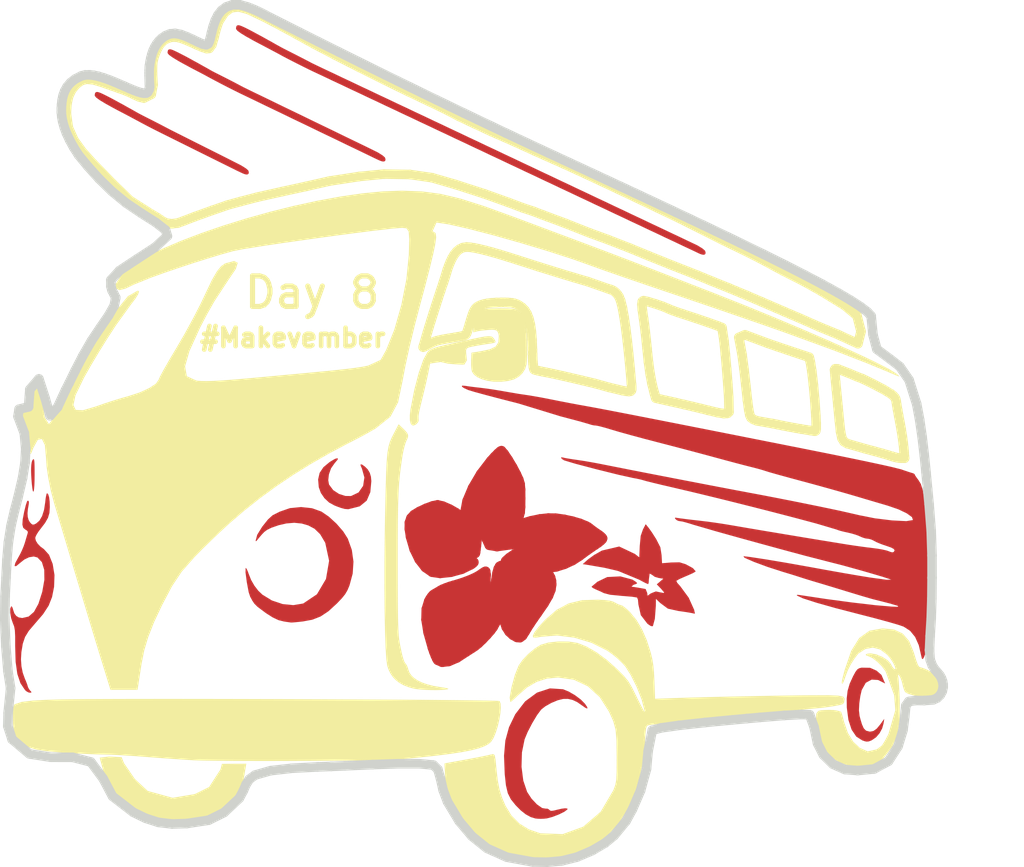
<source format=kicad_pcb>
(kicad_pcb (version 20171130) (host pcbnew 6.0.0-rc1-unknown-f2ccad3~66~ubuntu16.04.1)
  (title_block (title "Project Title"))
  (layers (0 F.Cu signal) (31 B.Cu signal) (34 B.Paste user) (35 F.Paste user) (36 B.SilkS user) (37 F.SilkS user) (38 B.Mask user) (39 F.Mask user) (44 Edge.Cuts user))
  (net 0 "")
  (module combi:Combi.All.03 (layer F.Cu) (at 124.46 97.79)
    (fp_text reference svg2mod hide)
    (fp_text value G*** hide)
    (fp_poly (pts (xy 40.405296 24.432051) (xy 39.717503 24.083399) (xy 39.080745 24.048091) (xy 38.503727 24.363434) (xy 38.104897 25.077716) (xy 37.96689 25.680741) (xy 37.867627 26.385706) (xy 37.834164 27.067832) (xy 37.893549 27.602349) (xy 37.992885 27.982094) (xy 38.128267 28.432453) (xy 38.305842 28.83298) (xy 38.53176 29.063222) (xy 38.913847 29.160944) (xy 39.253036 29.099617) (xy 39.5817 28.86489) (xy 39.932212 28.442407) (xy 40.028921 28.307005) (xy 40.125633 28.171606) (xy 40.222342 28.036204) (xy 40.319051 27.900805) (xy 40.302581 28.012258) (xy 40.286113 28.12371) (xy 40.269643 28.235165) (xy 40.253172 28.346618) (xy 40.116085 28.839812) (xy 39.862777 29.312063) (xy 39.513719 29.717125) (xy 39.089389 30.00876) (xy 38.80246 30.119594) (xy 38.588563 30.140614) (xy 38.393632 30.098631) (xy 38.163602 30.020458) (xy 37.572899 29.64438) (xy 37.113997 28.963423) (xy 36.799878 28.005109) (xy 36.643522 26.796966) (xy 36.632478 25.905711) (xy 36.720619 25.152113) (xy 36.925792 24.447393) (xy 37.265855 23.702766) (xy 37.492045 23.289587) (xy 37.667286 23.051883) (xy 37.848738 22.932401) (xy 38.093557 22.873908) (xy 38.923138 22.886334) (xy 39.558745 23.164882) (xy 40.044997 23.587919) (xy 40.405296 24.432051)) (layer F.Cu) (width 0))
    (fp_poly (pts (xy -34.699759 11.729939) (xy -35.256024 11.512188) (xy -35.849184 11.026241) (xy -36.61895 10.050635) (xy -37.033824 9.052488) (xy -37.093188 7.822206) (xy -37.077984 7.029449) (xy -37.032949 6.406841) (xy -36.844539 5.298306) (xy -36.571935 4.281039) (xy -36.203743 3.31986) (xy -35.728567 2.379589) (xy -35.202848 1.553293) (xy -34.642083 0.882403) (xy -34.024576 0.344662) (xy -33.32863 -0.082185) (xy -32.583157 -0.366614) (xy -31.835476 -0.430184) (xy -31.233098 -0.334091) (xy -30.60268 -0.070537) (xy -30.048402 0.350758) (xy -29.556788 0.975491) (xy -29.169294 1.738225) (xy -28.927379 2.573535) (xy -28.862144 3.119807) (xy -28.840596 3.763249) (xy -28.846196 4.101568) (xy -28.862708 4.440373) (xy -28.890128 4.771725) (xy -28.928452 5.087686) (xy -29.0738 5.906941) (xy -29.270512 6.704315) (xy -29.515265 7.472216) (xy -29.804734 8.203053) (xy -30.135595 8.889229) (xy -30.504524 9.523153) (xy -31.34329 10.60387) (xy -31.778898 11.010846) (xy -32.216583 11.309868) (xy -33.255328 11.671833) (xy -34.011608 11.743407) (xy -34.69974 11.729939) (xy -34.699739 11.729939) (xy -34.699749 11.729939) (xy -34.699759 11.729939)) (layer F.Cu) (width 0))
    (fp_poly (pts (xy -36.903458 -33.664064) (xy -36.71288 -33.601132) (xy -36.402837 -33.461971) (xy -35.987822 -33.255593) (xy -35.482325 -32.991016) (xy -34.900839 -32.677252) (xy -34.257856 -32.323318) (xy -33.567867 -31.938227) (xy -32.845364 -31.530995) (xy -32.535606 -31.368961) (xy -31.989949 -31.092915) (xy -31.29111 -30.739136) (xy -30.521809 -30.343902) (xy -29.764765 -29.943494) (xy -27.911963 -29.010433) (xy -24.686374 -27.392417) (xy -22.86387 -26.470299) (xy -22.379487 -26.168379) (xy -22.15551 -25.970122) (xy -22.118222 -25.87645) (xy -22.09974 -25.783676) (xy -22.104518 -25.698995) (xy -22.137016 -25.629598) (xy -22.20169 -25.582679) (xy -22.302996 -25.565429) (xy -22.445394 -25.585044) (xy -22.633343 -25.648715) (xy -22.87164 -25.756273) (xy -23.275187 -25.948269) (xy -25.057242 -26.832613) (xy -28.238358 -28.413407) (xy -30.0443 -29.310475) (xy -30.662841 -29.616987) (xy -31.331126 -29.953577) (xy -32.010655 -30.302125) (xy -32.66293 -30.64451) (xy -33.249444 -30.962611) (xy -33.692454 -31.200389) (xy -34.270945 -31.503217) (xy -34.924986 -31.846444) (xy -35.594636 -32.205421) (xy -36.219959 -32.555497) (xy -36.741017 -32.872023) (xy -37.097875 -33.130347) (xy -37.230594 -33.305819) (xy -37.225675 -33.42283) (xy -37.209764 -33.514028) (xy -37.183218 -33.582001) (xy -37.146393 -33.629337) (xy -37.099647 -33.658623) (xy -37.043338 -33.672447) (xy -36.977822 -33.673399) (xy -36.903458 -33.664064)) (layer F.Cu) (width 0))
    (fp_poly (pts (xy -29.748468 -37.856098) (xy -29.557889 -37.793167) (xy -29.247847 -37.654005) (xy -28.832831 -37.447628) (xy -28.327334 -37.18305) (xy -27.745848 -36.869287) (xy -27.102865 -36.515353) (xy -26.412876 -36.130262) (xy -25.690373 -35.72303) (xy -25.380615 -35.560996) (xy -24.834958 -35.28495) (xy -24.136119 -34.93117) (xy -23.366818 -34.535937) (xy -22.609774 -34.135529) (xy -21.56403 -33.624798) (xy -19.131454 -32.446038) (xy -16.007355 -30.933947) (xy -12.887044 -29.423224) (xy -10.465829 -28.248568) (xy -9.439021 -27.744676) (xy -8.954638 -27.442756) (xy -8.73066 -27.244499) (xy -8.693373 -27.150826) (xy -8.67489 -27.058053) (xy -8.679668 -26.973371) (xy -8.712166 -26.903975) (xy -8.77684 -26.857056) (xy -8.878147 -26.839806) (xy -9.020545 -26.859421) (xy -9.208494 -26.923091) (xy -9.446791 -27.030649) (xy -9.850338 -27.222646) (xy -10.857527 -27.707623) (xy -13.257911 -28.863419) (xy -16.356387 -30.35542) (xy -19.457848 -31.849012) (xy -21.867191 -33.00958) (xy -22.889309 -33.502509) (xy -23.50785 -33.809022) (xy -24.176135 -34.145612) (xy -24.855664 -34.49416) (xy -25.507939 -34.836544) (xy -26.094454 -35.154646) (xy -26.537463 -35.392424) (xy -27.115954 -35.695251) (xy -27.769996 -36.038479) (xy -28.439645 -36.397456) (xy -29.064968 -36.747532) (xy -29.586027 -37.064057) (xy -29.942884 -37.322381) (xy -30.075603 -37.497854) (xy -30.070685 -37.614865) (xy -30.054774 -37.706063) (xy -30.028227 -37.774036) (xy -29.991402 -37.821371) (xy -29.944656 -37.850657) (xy -29.888347 -37.864482) (xy -29.822832 -37.865433) (xy -29.748468 -37.856098)) (layer F.Cu) (width 0))
    (fp_poly (pts (xy -23.025751 -40.221065) (xy -22.835173 -40.158134) (xy -22.52513 -40.018972) (xy -22.110114 -39.812595) (xy -21.604617 -39.548017) (xy -21.023132 -39.234254) (xy -20.380148 -38.880319) (xy -19.690159 -38.495228) (xy -18.967656 -38.087997) (xy -18.657898 -37.925963) (xy -18.112241 -37.649917) (xy -17.413402 -37.296137) (xy -16.644101 -36.900904) (xy -15.887057 -36.500496) (xy -15.423947 -36.279085) (xy -14.197762 -35.69799) (xy -12.317589 -34.808621) (xy -9.892514 -33.66239) (xy -7.031623 -32.310707) (xy -3.844005 -30.804983) (xy -0.438746 -29.19663) (xy 3.075068 -27.537058) (xy 6.588349 -25.877679) (xy 9.992011 -24.269903) (xy 13.176966 -22.765141) (xy 16.034129 -21.414804) (xy 18.454411 -20.270304) (xy 20.328726 -19.383051) (xy 21.547988 -18.804456) (xy 22.003108 -18.585931) (xy 22.487492 -18.284012) (xy 22.711469 -18.085754) (xy 22.748756 -17.992081) (xy 22.767239 -17.899306) (xy 22.762461 -17.814626) (xy 22.729963 -17.74523) (xy 22.665289 -17.698311) (xy 22.563983 -17.681061) (xy 22.421585 -17.700676) (xy 22.233636 -17.764348) (xy 21.995339 -17.871905) (xy 21.591792 -18.063901) (xy 21.143874 -18.275333) (xy 19.932003 -18.846834) (xy 18.065255 -19.726997) (xy 15.652708 -20.864418) (xy 12.803436 -22.207688) (xy 9.626516 -23.705401) (xy 6.231024 -25.306152) (xy 2.726036 -26.958532) (xy -0.779371 -28.611137) (xy -4.176123 -30.212558) (xy -7.355142 -31.71139) (xy -10.207353 -33.056225) (xy -12.62368 -34.195659) (xy -14.495046 -35.078283) (xy -15.712375 -35.652691) (xy -16.166592 -35.867478) (xy -16.785133 -36.17399) (xy -17.453418 -36.51058) (xy -18.132947 -36.859128) (xy -18.785222 -37.201512) (xy -19.371736 -37.519614) (xy -19.814746 -37.757392) (xy -20.393237 -38.06022) (xy -21.047279 -38.403447) (xy -21.716929 -38.762424) (xy -22.342252 -39.1125) (xy -22.86331 -39.429025) (xy -23.220167 -39.687349) (xy -23.352886 -39.862822) (xy -23.347968 -39.979833) (xy -23.332057 -40.071031) (xy -23.30551 -40.139004) (xy -23.268685 -40.186339) (xy -23.22194 -40.215626) (xy -23.16563 -40.22945) (xy -23.100115 -40.230401) (xy -23.025751 -40.221065)) (layer F.Cu) (width 0))
    (fp_poly (pts (xy -3.538471 22.148664) (xy -3.637083 21.988244) (xy -3.768375 21.702496) (xy -3.915215 21.331845) (xy -3.989113 21.127313) (xy -4.060478 20.916713) (xy -4.302952 20.124919) (xy -4.488454 19.403161) (xy -4.617271 18.747858) (xy -4.689684 18.155423) (xy -4.705977 17.622268) (xy -4.666432 17.144819) (xy -4.571329 16.719482) (xy -4.420949 16.342678) (xy -4.359061 16.226555) (xy -4.292247 16.113556) (xy -4.22262 16.006484) (xy -4.152293 15.908149) (xy -4.083372 15.821357) (xy -4.017973 15.748914) (xy -3.906176 15.658306) (xy -3.785074 15.592278) (xy -3.625418 15.499966) (xy -3.447971 15.393604) (xy -3.273487 15.285432) (xy -3.047456 15.167652) (xy -2.729656 15.035134) (xy -2.362285 14.904115) (xy -1.987536 14.79082) (xy -1.139173 14.533826) (xy -0.370651 14.25039) (xy 0.265382 13.961953) (xy 0.716285 13.68995) (xy 0.864983 13.582875) (xy 0.999154 13.495189) (xy 1.104073 13.435945) (xy 1.165016 13.414185) (xy 1.220405 13.767403) (xy 1.158768 14.626002) (xy 1.012709 15.688417) (xy 0.814835 16.653066) (xy 0.619511 17.418188) (xy 0.541793 17.813985) (xy 0.572163 17.946753) (xy 0.701093 17.922779) (xy 1.084978 17.456361) (xy 1.538049 16.488788) (xy 1.943591 15.31161) (xy 2.184885 14.216385) (xy 2.282526 13.60162) (xy 2.398971 13.173328) (xy 2.537502 12.922766) (xy 2.701408 12.841187) (xy 2.993858 12.945668) (xy 3.387601 13.23198) (xy 3.834694 13.659428) (xy 4.287198 14.187313) (xy 4.6556 14.636078) (xy 4.916856 14.897156) (xy 5.072493 14.971773) (xy 5.124032 14.861158) (xy 5.006707 14.582518) (xy 4.693652 14.126706) (xy 4.243236 13.571061) (xy 3.713841 12.992918) (xy 3.569281 12.844624) (xy 3.424724 12.696333) (xy 3.280164 12.548039) (xy 3.135604 12.399749) (xy 3.232364 12.311707) (xy 3.329124 12.223665) (xy 3.425881 12.135625) (xy 3.522641 12.047583) (xy 4.038069 11.694283) (xy 4.745016 11.356367) (xy 5.517893 11.085507) (xy 6.231111 10.933361) (xy 6.615562 10.885068) (xy 6.778351 10.845235) (xy 6.750233 10.792778) (xy 6.561963 10.70663) (xy 6.128523 10.591895) (xy 5.540412 10.565716) (xy 4.749916 10.629388) (xy 3.709317 10.784213) (xy 2.280942 10.981743) (xy 1.531275 10.855256) (xy 1.257342 10.262042) (xy 1.256157 9.059383) (xy 1.270807 8.529581) (xy 1.26838 8.06129) (xy 1.250151 7.705267) (xy 1.217385 7.512283) (xy 1.160512 7.403247) (xy 1.106579 7.391738) (xy 1.037635 7.49051) (xy 0.935722 7.712314) (xy 0.721365 8.294253) (xy 0.541838 8.965107) (xy 0.399488 9.7145) (xy 0.296663 10.532075) (xy 0.252913 10.951531) (xy 0.210634 11.301458) (xy 0.174642 11.545293) (xy 0.149758 11.646464) (xy 0.038814 11.618335) (xy -0.231504 11.510108) (xy -0.62059 11.338991) (xy -1.087834 11.122182) (xy -1.555307 10.905605) (xy -1.945022 10.735109) (xy -2.216269 10.627808) (xy -2.328345 10.600808) (xy -2.340184 10.637316) (xy -2.338491 10.702933) (xy -2.324258 10.788356) (xy -2.298463 10.884283) (xy -1.944915 11.232461) (xy -1.219048 11.776283) (xy -0.459675 12.277383) (xy -0.005614 12.497386) (xy 0.008938 12.519481) (xy -0.041289 12.579643) (xy -0.146705 12.668681) (xy -0.297731 12.77741) (xy -1.186513 13.209741) (xy -2.26285 13.502958) (xy -3.302615 13.614224) (xy -4.08169 13.500695) (xy -4.752837 13.032931) (xy -5.358988 12.252911) (xy -5.857647 11.229983) (xy -6.206321 10.033482) (xy -6.331438 9.226066) (xy -6.320818 8.623731) (xy -6.167211 8.180281) (xy -5.863359 7.849527) (xy -5.342569 7.53144) (xy -4.674501 7.219466) (xy -4.021966 6.981409) (xy -3.547768 6.885081) (xy -3.045661 7.002739) (xy -2.372197 7.294862) (xy -1.72818 7.661107) (xy -1.314411 8.001129) (xy -1.18896 8.147814) (xy -1.099575 8.215505) (xy -1.03091 8.21027) (xy -0.967619 8.138167) (xy -0.926191 8.040866) (xy -0.892 7.899752) (xy -0.868596 7.733734) (xy -0.859522 7.561731) (xy -0.657654 6.504383) (xy -0.113617 5.210953) (xy 0.691676 3.841139) (xy 1.677309 2.554646) (xy 2.048403 2.147763) (xy 2.368301 1.824416) (xy 2.602856 1.617273) (xy 2.717927 1.559003) (xy 2.979276 1.856487) (xy 3.37669 2.447032) (xy 3.811211 3.173929) (xy 4.183888 3.880484) (xy 4.427065 4.412363) (xy 4.552428 4.839274) (xy 4.598743 5.379592) (xy 4.604766 6.251681) (xy 4.596579 7.092782) (xy 4.557578 7.607132) (xy 4.462664 7.956653) (xy 4.286738 8.303259) (xy 4.167062 8.524555) (xy 4.075117 8.711812) (xy 4.019959 8.845281) (xy 4.010651 8.905205) (xy 4.079223 8.902665) (xy 4.236121 8.866055) (xy 4.458022 8.801601) (xy 4.721589 8.715524) (xy 5.623024 8.448259) (xy 6.502242 8.267518) (xy 7.322546 8.179109) (xy 8.047231 8.188846) (xy 8.852038 8.299982) (xy 9.675667 8.477932) (xy 10.425015 8.69907) (xy 11.006974 8.939775) (xy 11.216039 9.055161) (xy 11.370651 9.166992) (xy 11.503045 9.275808) (xy 11.645451 9.382161) (xy 11.795006 9.491471) (xy 11.949472 9.600245) (xy 12.103424 9.705506) (xy 12.251436 9.804283) (xy 12.390538 9.904376) (xy 12.512593 10.007475) (xy 12.604434 10.101444) (xy 12.652883 10.174147) (xy 12.613595 10.269086) (xy 12.462987 10.421825) (xy 12.221405 10.614445) (xy 11.909196 10.829029) (xy 11.541706 11.073849) (xy 11.130946 11.360307) (xy 10.727083 11.652754) (xy 10.380286 11.915546) (xy 9.696506 12.355296) (xy 8.898399 12.722241) (xy 8.095152 12.974181) (xy 7.395963 13.06892) (xy 7.114949 13.093061) (xy 6.987461 13.167644) (xy 7.009993 13.299552) (xy 7.179053 13.495668) (xy 7.396909 13.745579) (xy 7.544392 14.018211) (xy 7.62786 14.329632) (xy 7.653666 14.695903) (xy 7.57943 15.213575) (xy 7.338322 15.818823) (xy 6.899374 16.573581) (xy 6.231613 17.539789) (xy 5.867572 18.054461) (xy 5.521576 18.566274) (xy 5.232724 19.016014) (xy 5.040111 19.344467) (xy 4.786136 19.745915) (xy 4.537176 19.926977) (xy 4.241382 19.902576) (xy 3.846906 19.687616) (xy 3.478248 19.349711) (xy 3.191129 18.89622) (xy 3.004766 18.367025) (xy 2.938376 17.802004) (xy 2.931569 17.567063) (xy 2.913033 17.375352) (xy 2.885601 17.246608) (xy 2.852101 17.200569) (xy 2.673037 17.426657) (xy 2.401135 17.939746) (xy 2.117457 18.508853) (xy 1.903067 18.903007) (xy 1.652704 19.240361) (xy 1.281687 19.666619) (xy 0.858466 20.11023) (xy 0.45149 20.499654) (xy 0.12107 20.766918) (xy -0.204295 20.984619) (xy -0.502316 21.168574) (xy -0.750709 21.334606) (xy -1.651666 21.920479) (xy -2.455252 22.26273) (xy -3.103508 22.344433) (xy -3.538471 22.148664)) (layer F.Cu) (width 0))
    (fp_poly (pts (xy -43.408109 4.835467) (xy -43.448115 4.355941) (xy -43.473007 3.92306) (xy -43.482886 3.539249) (xy -43.477849 3.206935) (xy -43.457996 2.92854) (xy -43.423425 2.706493) (xy -43.374236 2.543219) (xy -43.310527 2.441145) (xy -43.259077 2.400761) (xy -43.21886 2.402003) (xy -43.188528 2.456585) (xy -43.166735 2.576205) (xy -43.152131 2.772567) (xy -43.143369 3.057371) (xy -43.1391 3.442322) (xy -43.137977 3.939124) (xy -43.144423 4.533063) (xy -43.162489 5.001976) (xy -43.190268 5.33953) (xy -43.225853 5.539403) (xy -43.267337 5.595258) (xy -43.312812 5.500772) (xy -43.360372 5.249617) (xy -43.408109 4.835462) (xy -43.408109 4.835467)) (layer F.Cu) (width 0))
    (fp_poly (pts (xy -44.077218 25.074742) (xy -44.529229 24.399787) (xy -44.833144 23.493679) (xy -45.001275 22.301688) (xy -45.045936 20.769091) (xy -45.046308 19.812685) (xy -45.075613 19.211829) (xy -45.149355 18.816605) (xy -45.283043 18.477091) (xy -45.443558 18.004479) (xy -45.530643 17.49559) (xy -45.532751 17.071224) (xy -45.438338 16.852188) (xy -45.389394 16.859698) (xy -45.337682 16.922504) (xy -45.289361 17.030112) (xy -45.250592 17.172031) (xy -45.130817 17.533936) (xy -44.941258 17.792028) (xy -44.681649 17.946556) (xy -44.351725 17.997757) (xy -43.721095 17.850174) (xy -43.19709 17.39088) (xy -42.759196 16.593086) (xy -42.386897 15.430003) (xy -42.177907 14.247633) (xy -42.19183 13.257442) (xy -42.421852 12.508018) (xy -42.861159 12.047953) (xy -43.236272 11.955951) (xy -43.681195 12.029795) (xy -44.151596 12.255022) (xy -44.603143 12.617175) (xy -44.959344 12.909273) (xy -45.105509 12.891484) (xy -45.034455 12.593963) (xy -44.738999 12.046869) (xy -44.555216 11.717634) (xy -44.37093 11.331413) (xy -44.207551 10.936325) (xy -44.086492 10.580482) (xy -43.994781 10.265) (xy -43.911314 9.979806) (xy -43.845298 9.756232) (xy -43.805939 9.625611) (xy -43.802352 9.541077) (xy -43.842687 9.458697) (xy -43.924546 9.381599) (xy -44.045534 9.312915) (xy -44.253365 9.137804) (xy -44.338567 8.820476) (xy -44.304588 8.304862) (xy -44.154875 7.534903) (xy -44.004178 6.918005) (xy -43.886071 6.564225) (xy -43.790421 6.451452) (xy -43.7071 6.557573) (xy -43.698773 6.684531) (xy -43.722504 6.87579) (xy -43.759786 7.083644) (xy -43.792114 7.260394) (xy -43.834175 7.706444) (xy -43.809286 8.076225) (xy -43.727683 8.370309) (xy -43.599605 8.589263) (xy -43.439734 8.761636) (xy -43.310489 8.828209) (xy -43.172671 8.806481) (xy -42.987083 8.713963) (xy -42.661499 8.430634) (xy -42.399911 7.981483) (xy -42.209541 7.383251) (xy -42.097613 6.652685) (xy -42.058027 6.296746) (xy -42.010456 6.005264) (xy -41.960883 5.808316) (xy -41.91529 5.735982) (xy -41.802872 5.838623) (xy -41.715503 6.124289) (xy -41.659807 6.559602) (xy -41.642407 7.11118) (xy -41.682905 7.674457) (xy -41.82394 8.157415) (xy -42.107426 8.65707) (xy -42.575276 9.270435) (xy -42.769472 9.528682) (xy -42.9285 9.779304) (xy -43.035952 9.993666) (xy -43.075415 10.143131) (xy -43.012611 10.408784) (xy -42.837033 10.694774) (xy -42.567934 10.976522) (xy -42.224568 11.229446) (xy -41.720941 11.788568) (xy -41.362143 12.682016) (xy -41.184403 13.775624) (xy -41.223945 14.935228) (xy -41.423953 15.938398) (xy -41.758514 16.78551) (xy -42.302206 17.619308) (xy -43.129611 18.582535) (xy -43.706271 19.259344) (xy -44.075008 19.86059) (xy -44.298235 20.519091) (xy -44.438363 21.367662) (xy -44.477477 22.054391) (xy -44.431384 22.729701) (xy -44.303162 23.370348) (xy -44.095889 23.953089) (xy -44.001498 24.172057) (xy -43.917511 24.383859) (xy -43.853065 24.56434) (xy -43.817303 24.689336) (xy -43.784706 24.790149) (xy -43.728875 24.904779) (xy -43.657635 25.019124) (xy -43.578812 25.119087) (xy -43.476676 25.237432) (xy -43.446521 25.301377) (xy -43.490985 25.327556) (xy -43.612708 25.332588) (xy -43.719851 25.312243) (xy -43.843144 25.256846) (xy -43.967347 25.174857) (xy -44.077217 25.074742) (xy -44.077218 25.074742)) (layer F.Cu) (width 0))
    (fp_poly (pts (xy 6.054598 37.688572) (xy 5.590232 37.550113) (xy 5.117911 37.29221) (xy 4.630236 36.909923) (xy 4.119812 36.398319) (xy 3.643599 35.80565) (xy 3.343043 35.205284) (xy 3.161304 34.435771) (xy 3.04154 33.335677) (xy 2.970583 31.523229) (xy 3.103208 30.029495) (xy 3.463445 28.717669) (xy 4.075325 27.450949) (xy 5.042315 26.189243) (xy 6.209679 25.325287) (xy 7.48124 24.909543) (xy 8.760824 24.992474) (xy 9.33043 25.222787) (xy 9.949874 25.583919) (xy 10.51755 26.008618) (xy 10.931861 26.429629) (xy 11.143499 26.747814) (xy 11.163009 26.887009) (xy 10.999264 26.841453) (xy 10.661139 26.60538) (xy 10.167267 26.26292) (xy 9.702032 26.043534) (xy 9.244801 25.940001) (xy 8.774935 25.945093) (xy 8.236325 26.081107) (xy 7.615298 26.341496) (xy 7.034908 26.666317) (xy 6.618221 26.995628) (xy 6.214553 27.539451) (xy 5.735083 28.340617) (xy 5.290871 29.199527) (xy 4.992977 29.916589) (xy 4.730434 31.2028) (xy 4.690454 32.613567) (xy 4.86423 33.966997) (xy 5.242963 35.081199) (xy 5.675548 35.742505) (xy 6.203865 36.301757) (xy 6.718845 36.662745) (xy 7.111418 36.729267) (xy 7.184974 36.718371) (xy 7.265929 36.734322) (xy 7.344463 36.773711) (xy 7.410757 36.833136) (xy 7.503408 36.913857) (xy 7.629869 36.941617) (xy 7.831122 36.916781) (xy 8.148153 36.839723) (xy 8.62886 36.729899) (xy 8.982871 36.685133) (xy 9.184025 36.706526) (xy 9.206165 36.795174) (xy 8.912044 37.01933) (xy 8.361113 37.291962) (xy 7.724978 37.538085) (xy 7.17524 37.682704) (xy 6.897082 37.712247) (xy 6.593075 37.723206) (xy 6.29999 37.715383) (xy 6.054598 37.688586) (xy 6.054598 37.688583) (xy 6.054598 37.68858) (xy 6.054598 37.688574) (xy 6.054598 37.688572)) (layer F.Cu) (width 0))
    (fp_poly (pts (xy -18.642728 18.342226) (xy -19.16782 18.210727) (xy -19.738067 17.947211) (xy -20.411273 17.519551) (xy -21.245234 16.895619) (xy -21.559412 16.581396) (xy -21.76382 16.274338) (xy -21.885663 16.037506) (xy -21.952144 15.933953) (xy -22.108675 15.465153) (xy -22.293045 14.483175) (xy -22.420615 13.510697) (xy -22.406744 13.070388) (xy -22.348595 13.118495) (xy -22.271995 13.24948) (xy -22.186902 13.443339) (xy -22.103273 13.680067) (xy -21.869195 14.260942) (xy -21.551012 14.816533) (xy -21.172959 15.310315) (xy -20.75927 15.705756) (xy -19.818714 16.278566) (xy -18.777111 16.627362) (xy -17.725895 16.732323) (xy -16.756504 16.573621) (xy -15.402526 15.663463) (xy -14.516515 14.162407) (xy -14.208932 12.37482) (xy -14.590243 10.605049) (xy -15.087279 9.769011) (xy -15.643821 9.228685) (xy -16.251092 8.904347) (xy -16.900328 8.716263) (xy -17.63211 8.642228) (xy -18.399749 8.707483) (xy -19.163905 8.881456) (xy -19.885226 9.13356) (xy -20.293762 9.334019) (xy -20.57261 9.539542) (xy -20.790223 9.765345) (xy -21.015057 10.026649) (xy -21.218965 10.270396) (xy -21.335609 10.416361) (xy -21.394355 10.459617) (xy -21.424572 10.395231) (xy -21.269864 9.81943) (xy -20.791104 9.04085) (xy -20.216255 8.318993) (xy -19.773277 7.91338) (xy -19.612658 7.829845) (xy -19.446681 7.74659) (xy -19.264481 7.655443) (xy -19.055202 7.548241) (xy -18.06242 7.20336) (xy -16.964285 7.095743) (xy -15.888231 7.213159) (xy -14.961684 7.543373) (xy -14.23744 8.039116) (xy -13.485205 8.72806) (xy -12.824503 9.487675) (xy -12.374858 10.195421) (xy -11.977921 11.307692) (xy -11.816616 12.460604) (xy -11.891868 13.629414) (xy -12.204593 14.789384) (xy -12.405092 15.268591) (xy -12.634316 15.661617) (xy -12.960325 16.066236) (xy -13.45118 16.580222) (xy -14.27828 17.336541) (xy -15.048583 17.847524) (xy -15.86024 18.164547) (xy -16.8114 18.338977) (xy -17.214173 18.38286) (xy -17.561289 18.416789) (xy -17.81571 18.437405) (xy -17.940382 18.441351) (xy -18.03139 18.429401) (xy -18.194147 18.406728) (xy -18.405608 18.376583) (xy -18.642728 18.342226)) (layer F.Cu) (width 0))
    (fp_poly (pts (xy -13.684106 6.945349) (xy -14.205769 6.659653) (xy -14.665797 6.23135) (xy -15.019737 5.712185) (xy -15.223132 5.153901) (xy -15.289482 4.392672) (xy -15.142859 3.747803) (xy -14.768523 3.185113) (xy -14.151723 2.67043) (xy -13.639673 2.366573) (xy -13.367255 2.290043) (xy -13.365449 2.433299) (xy -13.665203 2.788809) (xy -14.01872 3.294257) (xy -14.228299 3.887364) (xy -14.294443 4.45541) (xy -14.21765 4.885677) (xy -13.806486 5.435542) (xy -13.230626 5.812763) (xy -12.607347 6.009218) (xy -12.053926 6.016779) (xy -11.316719 5.663716) (xy -10.867337 5.013264) (xy -10.743554 4.19158) (xy -10.983147 3.324816) (xy -11.113299 3.027394) (xy -11.112481 2.893984) (xy -10.977818 2.922365) (xy -10.706442 3.110302) (xy -10.421615 3.391206) (xy -10.220066 3.723633) (xy -10.100386 4.110729) (xy -10.061177 4.555638) (xy -10.16092 5.636465) (xy -10.513766 6.466274) (xy -11.204448 7.029435) (xy -12.317711 7.310328) (xy -12.664322 7.28639) (xy -13.04351 7.185015) (xy -13.401402 7.055052) (xy -13.68412 6.945349) (xy -13.684106 6.945349)) (layer F.Cu) (width 0))
    (fp_poly (pts (xy 17.064883 18.569886) (xy 16.40678 17.714151) (xy 16.167343 16.650865) (xy 16.130524 16.213381) (xy 16.042002 15.986342) (xy 15.542567 15.906535) (xy 14.517796 15.823023) (xy 13.382032 15.711748) (xy 12.773826 15.550094) (xy 12.403379 15.369266) (xy 11.99734 15.196797) (xy 11.692681 15.046988) (xy 11.565963 14.920631) (xy 12.147595 14.432677) (xy 13.112123 13.972954) (xy 14.394891 13.907473) (xy 15.575861 14.221025) (xy 15.912352 14.434218) (xy 16.052309 14.572183) (xy 15.946436 14.65495) (xy 15.691888 14.73544) (xy 15.486913 14.9153) (xy 16.146148 15.016829) (xy 16.883383 15.149265) (xy 17.038007 15.543702) (xy 17.070713 15.809637) (xy 17.385498 15.580255) (xy 17.876444 15.387209) (xy 18.640583 15.539883) (xy 18.702683 15.488203) (xy 18.423656 15.157963) (xy 18.200158 14.92426) (xy 17.976661 14.690555) (xy 18.138061 14.552246) (xy 18.299464 14.413938) (xy 18.460867 14.275632) (xy 18.62227 14.137326) (xy 18.385536 14.099613) (xy 18.148802 14.061899) (xy 17.763115 13.943668) (xy 17.514954 13.758361) (xy 17.277887 13.629323) (xy 17.202652 14.178186) (xy 17.18019 14.528909) (xy 17.12619 14.674787) (xy 16.827297 14.54089) (xy 16.216054 14.218967) (xy 14.181384 13.376969) (xy 12.866359 13.069005) (xy 11.105825 12.766166) (xy 10.904516 12.734879) (xy 10.703204 12.703592) (xy 10.962033 12.471919) (xy 11.220862 12.240242) (xy 11.838816 11.792785) (xy 12.597618 11.367639) (xy 14.286766 10.972675) (xy 15.837653 11.709989) (xy 16.046673 11.87359) (xy 16.255689 12.037192) (xy 16.280152 11.478965) (xy 16.304615 10.920735) (xy 16.39813 9.928275) (xy 16.620171 9.293235) (xy 16.753487 9.037711) (xy 16.886803 8.782187) (xy 17.026213 8.951761) (xy 17.165619 9.121334) (xy 17.50369 9.594561) (xy 17.924963 10.256065) (xy 18.328092 11.049194) (xy 18.449835 11.83341) (xy 18.472006 12.224294) (xy 18.494174 12.615177) (xy 18.937167 12.578373) (xy 19.38016 12.541568) (xy 20.208717 12.52527) (xy 20.829575 12.71625) (xy 21.528092 13.101489) (xy 21.804034 13.419065) (xy 21.533231 13.587108) (xy 20.882156 13.873231) (xy 20.212874 14.164038) (xy 19.898292 14.343351) (xy 19.986238 14.540492) (xy 20.284722 14.874174) (xy 21.114063 16.00312) (xy 21.648417 17.194411) (xy 21.686684 17.385004) (xy 21.724947 17.575597) (xy 21.529029 17.535657) (xy 21.33311 17.495717) (xy 20.810508 17.407726) (xy 20.104278 17.308347) (xy 19.068912 17.080766) (xy 18.324237 16.528877) (xy 18.108549 16.323476) (xy 17.892861 16.118072) (xy 17.888664 16.459177) (xy 17.884464 16.800279) (xy 17.786652 18.083451) (xy 17.592486 18.801667) (xy 17.402276 18.794673) (xy 17.064885 18.569886) (xy 17.064883 18.569886)) (layer F.Cu) (width 0))
    (fp_line (start -3.103508 22.344433) (end -3.538471 22.148664) (layer F.Cu) (width 0.9375))
    (fp_line (start -2.455252 22.26273) (end -3.103508 22.344433) (layer F.Cu) (width 0.9375))
    (fp_line (start -1.651666 21.920479) (end -2.455252 22.26273) (layer F.Cu) (width 0.9375))
    (fp_line (start -0.750709 21.334606) (end -1.651666 21.920479) (layer F.Cu) (width 0.9375))
    (fp_line (start -0.502316 21.168574) (end -0.750709 21.334606) (layer F.Cu) (width 0.9375))
    (fp_line (start -0.204295 20.984619) (end -0.502316 21.168574) (layer F.Cu) (width 0.9375))
    (fp_line (start 0.12107 20.766918) (end -0.204295 20.984619) (layer F.Cu) (width 0.9375))
    (fp_line (start 0.45149 20.499654) (end 0.12107 20.766918) (layer F.Cu) (width 0.9375))
    (fp_line (start 0.858466 20.11023) (end 0.45149 20.499654) (layer F.Cu) (width 0.9375))
    (fp_line (start 1.281687 19.666619) (end 0.858466 20.11023) (layer F.Cu) (width 0.9375))
    (fp_line (start 1.652704 19.240361) (end 1.281687 19.666619) (layer F.Cu) (width 0.9375))
    (fp_line (start 1.903067 18.903007) (end 1.652704 19.240361) (layer F.Cu) (width 0.9375))
    (fp_line (start 2.117457 18.508853) (end 1.903067 18.903007) (layer F.Cu) (width 0.9375))
    (fp_line (start 2.401135 17.939746) (end 2.117457 18.508853) (layer F.Cu) (width 0.9375))
    (fp_line (start 2.673037 17.426657) (end 2.401135 17.939746) (layer F.Cu) (width 0.9375))
    (fp_line (start 2.852101 17.200569) (end 2.673037 17.426657) (layer F.Cu) (width 0.9375))
    (fp_line (start 2.885601 17.246608) (end 2.852101 17.200569) (layer F.Cu) (width 0.9375))
    (fp_line (start 2.913033 17.375352) (end 2.885601 17.246608) (layer F.Cu) (width 0.9375))
    (fp_line (start 2.931569 17.567063) (end 2.913033 17.375352) (layer F.Cu) (width 0.9375))
    (fp_line (start 2.938376 17.802004) (end 2.931569 17.567063) (layer F.Cu) (width 0.9375))
    (fp_line (start 3.004766 18.367025) (end 2.938376 17.802004) (layer F.Cu) (width 0.9375))
    (fp_line (start 3.191129 18.89622) (end 3.004766 18.367025) (layer F.Cu) (width 0.9375))
    (fp_line (start 3.478248 19.349711) (end 3.191129 18.89622) (layer F.Cu) (width 0.9375))
    (fp_line (start 3.846906 19.687616) (end 3.478248 19.349711) (layer F.Cu) (width 0.9375))
    (fp_line (start 4.241382 19.902576) (end 3.846906 19.687616) (layer F.Cu) (width 0.9375))
    (fp_line (start 4.537176 19.926977) (end 4.241382 19.902576) (layer F.Cu) (width 0.9375))
    (fp_line (start 4.786136 19.745915) (end 4.537176 19.926977) (layer F.Cu) (width 0.9375))
    (fp_line (start 5.040111 19.344467) (end 4.786136 19.745915) (layer F.Cu) (width 0.9375))
    (fp_line (start 5.232724 19.016014) (end 5.040111 19.344467) (layer F.Cu) (width 0.9375))
    (fp_line (start 5.521576 18.566274) (end 5.232724 19.016014) (layer F.Cu) (width 0.9375))
    (fp_line (start 5.867572 18.054461) (end 5.521576 18.566274) (layer F.Cu) (width 0.9375))
    (fp_line (start 6.231613 17.539789) (end 5.867572 18.054461) (layer F.Cu) (width 0.9375))
    (fp_line (start 6.899374 16.573581) (end 6.231613 17.539789) (layer F.Cu) (width 0.9375))
    (fp_line (start 7.338322 15.818823) (end 6.899374 16.573581) (layer F.Cu) (width 0.9375))
    (fp_line (start 7.57943 15.213575) (end 7.338322 15.818823) (layer F.Cu) (width 0.9375))
    (fp_line (start 7.653666 14.695903) (end 7.57943 15.213575) (layer F.Cu) (width 0.9375))
    (fp_line (start 7.62786 14.329632) (end 7.653666 14.695903) (layer F.Cu) (width 0.9375))
    (fp_line (start 7.544392 14.018211) (end 7.62786 14.329632) (layer F.Cu) (width 0.9375))
    (fp_line (start 7.396909 13.745579) (end 7.544392 14.018211) (layer F.Cu) (width 0.9375))
    (fp_line (start 7.179053 13.495668) (end 7.396909 13.745579) (layer F.Cu) (width 0.9375))
    (fp_line (start 7.009993 13.299552) (end 7.179053 13.495668) (layer F.Cu) (width 0.9375))
    (fp_line (start 6.987461 13.167644) (end 7.009993 13.299552) (layer F.Cu) (width 0.9375))
    (fp_line (start 7.114949 13.093061) (end 6.987461 13.167644) (layer F.Cu) (width 0.9375))
    (fp_line (start 7.395963 13.06892) (end 7.114949 13.093061) (layer F.Cu) (width 0.9375))
    (fp_line (start 8.095152 12.974181) (end 7.395963 13.06892) (layer F.Cu) (width 0.9375))
    (fp_line (start 8.898399 12.722241) (end 8.095152 12.974181) (layer F.Cu) (width 0.9375))
    (fp_line (start 9.696506 12.355296) (end 8.898399 12.722241) (layer F.Cu) (width 0.9375))
    (fp_line (start 10.380286 11.915546) (end 9.696506 12.355296) (layer F.Cu) (width 0.9375))
    (fp_line (start 10.727083 11.652754) (end 10.380286 11.915546) (layer F.Cu) (width 0.9375))
    (fp_line (start 11.130946 11.360307) (end 10.727083 11.652754) (layer F.Cu) (width 0.9375))
    (fp_line (start 11.541706 11.073849) (end 11.130946 11.360307) (layer F.Cu) (width 0.9375))
    (fp_line (start 11.909196 10.829029) (end 11.541706 11.073849) (layer F.Cu) (width 0.9375))
    (fp_line (start 12.221405 10.614445) (end 11.909196 10.829029) (layer F.Cu) (width 0.9375))
    (fp_line (start 12.462987 10.421825) (end 12.221405 10.614445) (layer F.Cu) (width 0.9375))
    (fp_line (start 12.613595 10.269086) (end 12.462987 10.421825) (layer F.Cu) (width 0.9375))
    (fp_line (start 12.652883 10.174147) (end 12.613595 10.269086) (layer F.Cu) (width 0.9375))
    (fp_line (start 12.604434 10.101444) (end 12.652883 10.174147) (layer F.Cu) (width 0.9375))
    (fp_line (start 12.512593 10.007475) (end 12.604434 10.101444) (layer F.Cu) (width 0.9375))
    (fp_line (start 12.390538 9.904376) (end 12.512593 10.007475) (layer F.Cu) (width 0.9375))
    (fp_line (start 12.251436 9.804283) (end 12.390538 9.904376) (layer F.Cu) (width 0.9375))
    (fp_line (start 12.103424 9.705506) (end 12.251436 9.804283) (layer F.Cu) (width 0.9375))
    (fp_line (start 11.949472 9.600245) (end 12.103424 9.705506) (layer F.Cu) (width 0.9375))
    (fp_line (start 11.795006 9.491471) (end 11.949472 9.600245) (layer F.Cu) (width 0.9375))
    (fp_line (start 11.645451 9.382161) (end 11.795006 9.491471) (layer F.Cu) (width 0.9375))
    (fp_line (start 11.503045 9.275808) (end 11.645451 9.382161) (layer F.Cu) (width 0.9375))
    (fp_line (start 11.370651 9.166992) (end 11.503045 9.275808) (layer F.Cu) (width 0.9375))
    (fp_line (start 11.216039 9.055161) (end 11.370651 9.166992) (layer F.Cu) (width 0.9375))
    (fp_line (start 11.006974 8.939775) (end 11.216039 9.055161) (layer F.Cu) (width 0.9375))
    (fp_line (start 10.425015 8.69907) (end 11.006974 8.939775) (layer F.Cu) (width 0.9375))
    (fp_line (start 9.675667 8.477932) (end 10.425015 8.69907) (layer F.Cu) (width 0.9375))
    (fp_line (start 8.852038 8.299982) (end 9.675667 8.477932) (layer F.Cu) (width 0.9375))
    (fp_line (start 8.047231 8.188846) (end 8.852038 8.299982) (layer F.Cu) (width 0.9375))
    (fp_line (start 7.322546 8.179109) (end 8.047231 8.188846) (layer F.Cu) (width 0.9375))
    (fp_line (start 6.502242 8.267518) (end 7.322546 8.179109) (layer F.Cu) (width 0.9375))
    (fp_line (start 5.623024 8.448259) (end 6.502242 8.267518) (layer F.Cu) (width 0.9375))
    (fp_line (start 4.721589 8.715524) (end 5.623024 8.448259) (layer F.Cu) (width 0.9375))
    (fp_line (start 4.458022 8.801601) (end 4.721589 8.715524) (layer F.Cu) (width 0.9375))
    (fp_line (start 4.236121 8.866055) (end 4.458022 8.801601) (layer F.Cu) (width 0.9375))
    (fp_line (start 4.079223 8.902665) (end 4.236121 8.866055) (layer F.Cu) (width 0.9375))
    (fp_line (start 4.010651 8.905205) (end 4.079223 8.902665) (layer F.Cu) (width 0.9375))
    (fp_line (start 4.019959 8.845281) (end 4.010651 8.905205) (layer F.Cu) (width 0.9375))
    (fp_line (start 4.075117 8.711812) (end 4.019959 8.845281) (layer F.Cu) (width 0.9375))
    (fp_line (start 4.167062 8.524555) (end 4.075117 8.711812) (layer F.Cu) (width 0.9375))
    (fp_line (start 4.286738 8.303259) (end 4.167062 8.524555) (layer F.Cu) (width 0.9375))
    (fp_line (start 4.462664 7.956653) (end 4.286738 8.303259) (layer F.Cu) (width 0.9375))
    (fp_line (start 4.557578 7.607132) (end 4.462664 7.956653) (layer F.Cu) (width 0.9375))
    (fp_line (start 4.596579 7.092782) (end 4.557578 7.607132) (layer F.Cu) (width 0.9375))
    (fp_line (start 4.604766 6.251681) (end 4.596579 7.092782) (layer F.Cu) (width 0.9375))
    (fp_line (start 4.598743 5.379592) (end 4.604766 6.251681) (layer F.Cu) (width 0.9375))
    (fp_line (start 4.552428 4.839274) (end 4.598743 5.379592) (layer F.Cu) (width 0.9375))
    (fp_line (start 4.427065 4.412363) (end 4.552428 4.839274) (layer F.Cu) (width 0.9375))
    (fp_line (start 4.183888 3.880484) (end 4.427065 4.412363) (layer F.Cu) (width 0.9375))
    (fp_line (start 3.811211 3.173929) (end 4.183888 3.880484) (layer F.Cu) (width 0.9375))
    (fp_line (start 3.37669 2.447032) (end 3.811211 3.173929) (layer F.Cu) (width 0.9375))
    (fp_line (start 2.979276 1.856487) (end 3.37669 2.447032) (layer F.Cu) (width 0.9375))
    (fp_line (start 2.717927 1.559003) (end 2.979276 1.856487) (layer F.Cu) (width 0.9375))
    (fp_line (start 2.602856 1.617273) (end 2.717927 1.559003) (layer F.Cu) (width 0.9375))
    (fp_line (start 2.368301 1.824416) (end 2.602856 1.617273) (layer F.Cu) (width 0.9375))
    (fp_line (start 2.048403 2.147763) (end 2.368301 1.824416) (layer F.Cu) (width 0.9375))
    (fp_line (start 1.677309 2.554646) (end 2.048403 2.147763) (layer F.Cu) (width 0.9375))
    (fp_line (start 0.691676 3.841139) (end 1.677309 2.554646) (layer F.Cu) (width 0.9375))
    (fp_line (start -0.113617 5.210953) (end 0.691676 3.841139) (layer F.Cu) (width 0.9375))
    (fp_line (start -0.657654 6.504383) (end -0.113617 5.210953) (layer F.Cu) (width 0.9375))
    (fp_line (start -0.859522 7.561731) (end -0.657654 6.504383) (layer F.Cu) (width 0.9375))
    (fp_line (start -0.868596 7.733734) (end -0.859522 7.561731) (layer F.Cu) (width 0.9375))
    (fp_line (start -0.892 7.899752) (end -0.868596 7.733734) (layer F.Cu) (width 0.9375))
    (fp_line (start -0.926191 8.040866) (end -0.892 7.899752) (layer F.Cu) (width 0.9375))
    (fp_line (start -0.967619 8.138167) (end -0.926191 8.040866) (layer F.Cu) (width 0.9375))
    (fp_line (start -1.03091 8.21027) (end -0.967619 8.138167) (layer F.Cu) (width 0.9375))
    (fp_line (start -1.099575 8.215505) (end -1.03091 8.21027) (layer F.Cu) (width 0.9375))
    (fp_line (start -1.18896 8.147814) (end -1.099575 8.215505) (layer F.Cu) (width 0.9375))
    (fp_line (start -1.314411 8.001129) (end -1.18896 8.147814) (layer F.Cu) (width 0.9375))
    (fp_line (start -1.72818 7.661107) (end -1.314411 8.001129) (layer F.Cu) (width 0.9375))
    (fp_line (start -2.372197 7.294862) (end -1.72818 7.661107) (layer F.Cu) (width 0.9375))
    (fp_line (start -3.045661 7.002739) (end -2.372197 7.294862) (layer F.Cu) (width 0.9375))
    (fp_line (start -3.547768 6.885081) (end -3.045661 7.002739) (layer F.Cu) (width 0.9375))
    (fp_line (start -4.021966 6.981409) (end -3.547768 6.885081) (layer F.Cu) (width 0.9375))
    (fp_line (start -4.674501 7.219466) (end -4.021966 6.981409) (layer F.Cu) (width 0.9375))
    (fp_line (start -5.342569 7.53144) (end -4.674501 7.219466) (layer F.Cu) (width 0.9375))
    (fp_line (start -5.863359 7.849527) (end -5.342569 7.53144) (layer F.Cu) (width 0.9375))
    (fp_line (start -6.167211 8.180281) (end -5.863359 7.849527) (layer F.Cu) (width 0.9375))
    (fp_line (start -6.320818 8.623731) (end -6.167211 8.180281) (layer F.Cu) (width 0.9375))
    (fp_line (start -6.331438 9.226066) (end -6.320818 8.623731) (layer F.Cu) (width 0.9375))
    (fp_line (start -6.206321 10.033482) (end -6.331438 9.226066) (layer F.Cu) (width 0.9375))
    (fp_line (start -5.857647 11.229983) (end -6.206321 10.033482) (layer F.Cu) (width 0.9375))
    (fp_line (start -5.358988 12.252911) (end -5.857647 11.229983) (layer F.Cu) (width 0.9375))
    (fp_line (start -4.752837 13.032931) (end -5.358988 12.252911) (layer F.Cu) (width 0.9375))
    (fp_line (start -4.08169 13.500695) (end -4.752837 13.032931) (layer F.Cu) (width 0.9375))
    (fp_line (start -3.302615 13.614224) (end -4.08169 13.500695) (layer F.Cu) (width 0.9375))
    (fp_line (start -2.26285 13.502958) (end -3.302615 13.614224) (layer F.Cu) (width 0.9375))
    (fp_line (start -1.186513 13.209741) (end -2.26285 13.502958) (layer F.Cu) (width 0.9375))
    (fp_line (start -0.297731 12.77741) (end -1.186513 13.209741) (layer F.Cu) (width 0.9375))
    (fp_line (start -0.146705 12.668681) (end -0.297731 12.77741) (layer F.Cu) (width 0.9375))
    (fp_line (start -0.041289 12.579643) (end -0.146705 12.668681) (layer F.Cu) (width 0.9375))
    (fp_line (start 0.008938 12.519481) (end -0.041289 12.579643) (layer F.Cu) (width 0.9375))
    (fp_line (start -0.005614 12.497386) (end 0.008938 12.519481) (layer F.Cu) (width 0.9375))
    (fp_line (start -0.459675 12.277383) (end -0.005614 12.497386) (layer F.Cu) (width 0.9375))
    (fp_line (start -1.219048 11.776283) (end -0.459675 12.277383) (layer F.Cu) (width 0.9375))
    (fp_line (start -1.944915 11.232461) (end -1.219048 11.776283) (layer F.Cu) (width 0.9375))
    (fp_line (start -2.298463 10.884283) (end -1.944915 11.232461) (layer F.Cu) (width 0.9375))
    (fp_line (start -2.324258 10.788356) (end -2.298463 10.884283) (layer F.Cu) (width 0.9375))
    (fp_line (start -2.338491 10.702933) (end -2.324258 10.788356) (layer F.Cu) (width 0.9375))
    (fp_line (start -2.340184 10.637316) (end -2.338491 10.702933) (layer F.Cu) (width 0.9375))
    (fp_line (start -2.328345 10.600808) (end -2.340184 10.637316) (layer F.Cu) (width 0.9375))
    (fp_line (start -2.216269 10.627808) (end -2.328345 10.600808) (layer F.Cu) (width 0.9375))
    (fp_line (start -1.945022 10.735109) (end -2.216269 10.627808) (layer F.Cu) (width 0.9375))
    (fp_line (start -1.555307 10.905605) (end -1.945022 10.735109) (layer F.Cu) (width 0.9375))
    (fp_line (start -1.087834 11.122182) (end -1.555307 10.905605) (layer F.Cu) (width 0.9375))
    (fp_line (start -0.62059 11.338991) (end -1.087834 11.122182) (layer F.Cu) (width 0.9375))
    (fp_line (start -0.231504 11.510108) (end -0.62059 11.338991) (layer F.Cu) (width 0.9375))
    (fp_line (start 0.038814 11.618335) (end -0.231504 11.510108) (layer F.Cu) (width 0.9375))
    (fp_line (start 0.149758 11.646464) (end 0.038814 11.618335) (layer F.Cu) (width 0.9375))
    (fp_line (start 0.174642 11.545293) (end 0.149758 11.646464) (layer F.Cu) (width 0.9375))
    (fp_line (start 0.210634 11.301458) (end 0.174642 11.545293) (layer F.Cu) (width 0.9375))
    (fp_line (start 0.252913 10.951531) (end 0.210634 11.301458) (layer F.Cu) (width 0.9375))
    (fp_line (start 0.296663 10.532075) (end 0.252913 10.951531) (layer F.Cu) (width 0.9375))
    (fp_line (start 0.399488 9.7145) (end 0.296663 10.532075) (layer F.Cu) (width 0.9375))
    (fp_line (start 0.541838 8.965107) (end 0.399488 9.7145) (layer F.Cu) (width 0.9375))
    (fp_line (start 0.721365 8.294253) (end 0.541838 8.965107) (layer F.Cu) (width 0.9375))
    (fp_line (start 0.935722 7.712314) (end 0.721365 8.294253) (layer F.Cu) (width 0.9375))
    (fp_line (start 1.037635 7.49051) (end 0.935722 7.712314) (layer F.Cu) (width 0.9375))
    (fp_line (start 1.106579 7.391738) (end 1.037635 7.49051) (layer F.Cu) (width 0.9375))
    (fp_line (start 1.160512 7.403247) (end 1.106579 7.391738) (layer F.Cu) (width 0.9375))
    (fp_line (start 1.217385 7.512283) (end 1.160512 7.403247) (layer F.Cu) (width 0.9375))
    (fp_line (start 1.250151 7.705267) (end 1.217385 7.512283) (layer F.Cu) (width 0.9375))
    (fp_line (start 1.26838 8.06129) (end 1.250151 7.705267) (layer F.Cu) (width 0.9375))
    (fp_line (start 1.270807 8.529581) (end 1.26838 8.06129) (layer F.Cu) (width 0.9375))
    (fp_line (start 1.256157 9.059383) (end 1.270807 8.529581) (layer F.Cu) (width 0.9375))
    (fp_line (start 1.257342 10.262042) (end 1.256157 9.059383) (layer F.Cu) (width 0.9375))
    (fp_line (start 1.531275 10.855256) (end 1.257342 10.262042) (layer F.Cu) (width 0.9375))
    (fp_line (start 2.280942 10.981743) (end 1.531275 10.855256) (layer F.Cu) (width 0.9375))
    (fp_line (start 3.709317 10.784213) (end 2.280942 10.981743) (layer F.Cu) (width 0.9375))
    (fp_line (start 4.749916 10.629388) (end 3.709317 10.784213) (layer F.Cu) (width 0.9375))
    (fp_line (start 5.540412 10.565716) (end 4.749916 10.629388) (layer F.Cu) (width 0.9375))
    (fp_line (start 6.128523 10.591895) (end 5.540412 10.565716) (layer F.Cu) (width 0.9375))
    (fp_line (start 6.561963 10.70663) (end 6.128523 10.591895) (layer F.Cu) (width 0.9375))
    (fp_line (start 6.750233 10.792778) (end 6.561963 10.70663) (layer F.Cu) (width 0.9375))
    (fp_line (start 6.778351 10.845235) (end 6.750233 10.792778) (layer F.Cu) (width 0.9375))
    (fp_line (start 6.615562 10.885068) (end 6.778351 10.845235) (layer F.Cu) (width 0.9375))
    (fp_line (start 6.231111 10.933361) (end 6.615562 10.885068) (layer F.Cu) (width 0.9375))
    (fp_line (start 5.517893 11.085507) (end 6.231111 10.933361) (layer F.Cu) (width 0.9375))
    (fp_line (start 4.745016 11.356367) (end 5.517893 11.085507) (layer F.Cu) (width 0.9375))
    (fp_line (start 4.038069 11.694283) (end 4.745016 11.356367) (layer F.Cu) (width 0.9375))
    (fp_line (start 3.522641 12.047583) (end 4.038069 11.694283) (layer F.Cu) (width 0.9375))
    (fp_line (start 3.425881 12.135625) (end 3.522641 12.047583) (layer F.Cu) (width 0.9375))
    (fp_line (start 3.329124 12.223665) (end 3.425881 12.135625) (layer F.Cu) (width 0.9375))
    (fp_line (start 3.232364 12.311707) (end 3.329124 12.223665) (layer F.Cu) (width 0.9375))
    (fp_line (start 3.135604 12.399749) (end 3.232364 12.311707) (layer F.Cu) (width 0.9375))
    (fp_line (start 3.280164 12.548039) (end 3.135604 12.399749) (layer F.Cu) (width 0.9375))
    (fp_line (start 3.424724 12.696333) (end 3.280164 12.548039) (layer F.Cu) (width 0.9375))
    (fp_line (start 3.569281 12.844624) (end 3.424724 12.696333) (layer F.Cu) (width 0.9375))
    (fp_line (start 3.713841 12.992918) (end 3.569281 12.844624) (layer F.Cu) (width 0.9375))
    (fp_line (start 4.243236 13.571061) (end 3.713841 12.992918) (layer F.Cu) (width 0.9375))
    (fp_line (start 4.693652 14.126706) (end 4.243236 13.571061) (layer F.Cu) (width 0.9375))
    (fp_line (start 5.006707 14.582518) (end 4.693652 14.126706) (layer F.Cu) (width 0.9375))
    (fp_line (start 5.124032 14.861158) (end 5.006707 14.582518) (layer F.Cu) (width 0.9375))
    (fp_line (start 5.072493 14.971773) (end 5.124032 14.861158) (layer F.Cu) (width 0.9375))
    (fp_line (start 4.916856 14.897156) (end 5.072493 14.971773) (layer F.Cu) (width 0.9375))
    (fp_line (start 4.6556 14.636078) (end 4.916856 14.897156) (layer F.Cu) (width 0.9375))
    (fp_line (start 4.287198 14.187313) (end 4.6556 14.636078) (layer F.Cu) (width 0.9375))
    (fp_line (start 3.834694 13.659428) (end 4.287198 14.187313) (layer F.Cu) (width 0.9375))
    (fp_line (start 3.387601 13.23198) (end 3.834694 13.659428) (layer F.Cu) (width 0.9375))
    (fp_line (start 2.993858 12.945668) (end 3.387601 13.23198) (layer F.Cu) (width 0.9375))
    (fp_line (start 2.701408 12.841187) (end 2.993858 12.945668) (layer F.Cu) (width 0.9375))
    (fp_line (start 2.537502 12.922766) (end 2.701408 12.841187) (layer F.Cu) (width 0.9375))
    (fp_line (start 2.398971 13.173328) (end 2.537502 12.922766) (layer F.Cu) (width 0.9375))
    (fp_line (start 2.282526 13.60162) (end 2.398971 13.173328) (layer F.Cu) (width 0.9375))
    (fp_line (start 2.184885 14.216385) (end 2.282526 13.60162) (layer F.Cu) (width 0.9375))
    (fp_line (start 1.943591 15.31161) (end 2.184885 14.216385) (layer F.Cu) (width 0.9375))
    (fp_line (start 1.538049 16.488788) (end 1.943591 15.31161) (layer F.Cu) (width 0.9375))
    (fp_line (start 1.084978 17.456361) (end 1.538049 16.488788) (layer F.Cu) (width 0.9375))
    (fp_line (start 0.701093 17.922779) (end 1.084978 17.456361) (layer F.Cu) (width 0.9375))
    (fp_line (start 0.572163 17.946753) (end 0.701093 17.922779) (layer F.Cu) (width 0.9375))
    (fp_line (start 0.541793 17.813985) (end 0.572163 17.946753) (layer F.Cu) (width 0.9375))
    (fp_line (start 0.619511 17.418188) (end 0.541793 17.813985) (layer F.Cu) (width 0.9375))
    (fp_line (start 0.814835 16.653066) (end 0.619511 17.418188) (layer F.Cu) (width 0.9375))
    (fp_line (start 1.012709 15.688417) (end 0.814835 16.653066) (layer F.Cu) (width 0.9375))
    (fp_line (start 1.158768 14.626002) (end 1.012709 15.688417) (layer F.Cu) (width 0.9375))
    (fp_line (start 1.220405 13.767403) (end 1.158768 14.626002) (layer F.Cu) (width 0.9375))
    (fp_line (start 1.165016 13.414185) (end 1.220405 13.767403) (layer F.Cu) (width 0.9375))
    (fp_line (start 1.104073 13.435945) (end 1.165016 13.414185) (layer F.Cu) (width 0.9375))
    (fp_line (start 0.999154 13.495189) (end 1.104073 13.435945) (layer F.Cu) (width 0.9375))
    (fp_line (start 0.864983 13.582875) (end 0.999154 13.495189) (layer F.Cu) (width 0.9375))
    (fp_line (start 0.716285 13.68995) (end 0.864983 13.582875) (layer F.Cu) (width 0.9375))
    (fp_line (start 0.265382 13.961953) (end 0.716285 13.68995) (layer F.Cu) (width 0.9375))
    (fp_line (start -0.370651 14.25039) (end 0.265382 13.961953) (layer F.Cu) (width 0.9375))
    (fp_line (start -1.139173 14.533826) (end -0.370651 14.25039) (layer F.Cu) (width 0.9375))
    (fp_line (start -1.987536 14.79082) (end -1.139173 14.533826) (layer F.Cu) (width 0.9375))
    (fp_line (start -2.362285 14.904115) (end -1.987536 14.79082) (layer F.Cu) (width 0.9375))
    (fp_line (start -2.729656 15.035134) (end -2.362285 14.904115) (layer F.Cu) (width 0.9375))
    (fp_line (start -3.047456 15.167652) (end -2.729656 15.035134) (layer F.Cu) (width 0.9375))
    (fp_line (start -3.273487 15.285432) (end -3.047456 15.167652) (layer F.Cu) (width 0.9375))
    (fp_line (start -3.447971 15.393604) (end -3.273487 15.285432) (layer F.Cu) (width 0.9375))
    (fp_line (start -3.625418 15.499966) (end -3.447971 15.393604) (layer F.Cu) (width 0.9375))
    (fp_line (start -3.785074 15.592278) (end -3.625418 15.499966) (layer F.Cu) (width 0.9375))
    (fp_line (start -3.906176 15.658306) (end -3.785074 15.592278) (layer F.Cu) (width 0.9375))
    (fp_line (start -4.017973 15.748914) (end -3.906176 15.658306) (layer F.Cu) (width 0.9375))
    (fp_line (start -4.152293 15.908149) (end -4.017973 15.748914) (layer F.Cu) (width 0.9375))
    (fp_line (start -4.292247 16.113556) (end -4.152293 15.908149) (layer F.Cu) (width 0.9375))
    (fp_line (start -4.420949 16.342678) (end -4.292247 16.113556) (layer F.Cu) (width 0.9375))
    (fp_line (start -4.666432 17.144819) (end -4.420949 16.342678) (layer F.Cu) (width 0.9375))
    (fp_line (start -4.689684 18.155423) (end -4.666432 17.144819) (layer F.Cu) (width 0.9375))
    (fp_line (start -4.488454 19.403161) (end -4.689684 18.155423) (layer F.Cu) (width 0.9375))
    (fp_line (start -4.060478 20.916713) (end -4.488454 19.403161) (layer F.Cu) (width 0.9375))
    (fp_line (start -3.915215 21.331845) (end -4.060478 20.916713) (layer F.Cu) (width 0.9375))
    (fp_line (start -3.768375 21.702496) (end -3.915215 21.331845) (layer F.Cu) (width 0.9375))
    (fp_line (start -3.637083 21.988244) (end -3.768375 21.702496) (layer F.Cu) (width 0.9375))
    (fp_line (start -3.538471 22.148664) (end -3.637083 21.988244) (layer F.Cu) (width 0.9375))
    (fp_poly (pts (xy 43.952614 21.708968) (xy 43.715528 20.677276) (xy 43.355133 19.865492) (xy 42.863217 19.259959) (xy 42.231567 18.847014) (xy 41.706038 18.666872) (xy 40.724458 18.381314) (xy 39.42717 18.029586) (xy 37.954509 17.650934) (xy 35.533813 17.023277) (xy 33.624763 16.484187) (xy 32.330587 16.064562) (xy 31.754515 15.795294) (xy 31.728754 15.748355) (xy 31.767788 15.724245) (xy 31.872086 15.72289) (xy 32.042106 15.744195) (xy 34.58659 16.127388) (xy 37.16066 16.471998) (xy 39.440623 16.737349) (xy 41.102785 16.882764) (xy 41.694882 16.893356) (xy 41.641474 16.799274) (xy 40.850961 16.564866) (xy 39.231751 16.154481) (xy 38.880624 16.057402) (xy 38.264742 15.87717) (xy 37.470918 15.639516) (xy 36.585965 15.370177) (xy 35.673778 15.091316) (xy 34.805803 14.827735) (xy 34.080185 14.609128) (xy 33.595059 14.465195) (xy 33.227938 14.35615) (xy 32.823613 14.232537) (xy 32.431149 14.109544) (xy 32.099611 14.002356) (xy 31.749929 13.889572) (xy 31.308037 13.751342) (xy 30.830554 13.605176) (xy 30.374096 13.468592) (xy 28.873664 12.984908) (xy 27.50967 12.481023) (xy 26.604649 12.084873) (xy 26.481128 11.924393) (xy 27.232565 12.014961) (xy 28.741474 12.248557) (xy 30.654244 12.568026) (xy 32.61726 12.916215) (xy 34.603998 13.277618) (xy 36.318619 13.582043) (xy 37.76328 13.829823) (xy 38.940142 14.021302) (xy 40.499115 14.236708) (xy 41.012816 14.230967) (xy 40.185481 13.952191) (xy 38.295507 13.399182) (xy 36.226092 12.823675) (xy 34.860453 12.477405) (xy 32.511221 11.871824) (xy 30.491442 11.327859) (xy 28.228279 10.710821) (xy 25.96177 10.086493) (xy 23.931956 9.520658) (xy 21.542572 8.827611) (xy 21.129351 8.695122) (xy 20.750267 8.586624) (xy 20.447322 8.513314) (xy 20.262517 8.48639) (xy 20.144889 8.471407) (xy 20.024843 8.430615) (xy 19.916448 8.370239) (xy 19.833773 8.296514) (xy 19.760252 8.196235) (xy 19.765507 8.148364) (xy 19.866079 8.144881) (xy 20.078516 8.177752) (xy 20.361924 8.219411) (xy 20.835947 8.280275) (xy 21.434529 8.352162) (xy 22.091619 8.426901) (xy 22.816786 8.513777) (xy 23.600729 8.618713) (xy 24.349086 8.728489) (xy 24.967489 8.829877) (xy 27.15146 9.202969) (xy 28.812575 9.481915) (xy 30.64933 9.788527) (xy 32.508889 10.09736) (xy 34.238418 10.382969) (xy 36.696054 10.782711) (xy 37.321292 10.877397) (xy 38.006858 10.974546) (xy 38.669713 11.062746) (xy 39.226815 11.130578) (xy 39.705418 11.195148) (xy 40.154527 11.274461) (xy 40.523744 11.358461) (xy 40.762674 11.437086) (xy 40.941701 11.509662) (xy 41.081785 11.542688) (xy 41.187788 11.53669) (xy 41.264569 11.492209) (xy 41.338777 11.347607) (xy 41.243874 11.208906) (xy 40.961685 11.06236) (xy 40.474034 10.89422) (xy 40.149374 10.78535) (xy 39.828047 10.662044) (xy 39.547137 10.53945) (xy 39.343734 10.432708) (xy 39.176765 10.344445) (xy 38.995085 10.272165) (xy 38.820621 10.223327) (xy 38.675296 10.205392) (xy 38.524798 10.187888) (xy 38.336214 10.140232) (xy 38.133635 10.069702) (xy 37.941151 9.983573) (xy 37.708058 9.884466) (xy 37.394916 9.77859) (xy 37.042697 9.678627) (xy 36.692383 9.597245) (xy 36.358903 9.524102) (xy 36.052543 9.446564) (xy 35.807272 9.37388) (xy 35.657059 9.315305) (xy 33.639853 8.715388) (xy 31.682993 8.192015) (xy 29.331121 7.58066) (xy 27.631594 7.146791) (xy 25.88826 6.70769) (xy 24.153819 6.276903) (xy 21.684126 5.675945) (xy 19.530895 5.169901) (xy 18.514215 4.933689) (xy 17.638999 4.724102) (xy 16.998586 4.563913) (xy 16.686313 4.475891) (xy 16.514628 4.423874) (xy 16.257007 4.361721) (xy 15.948321 4.297236) (xy 15.623452 4.238212) (xy 14.227547 3.928936) (xy 12.054848 3.389465) (xy 9.981215 2.84365) (xy 8.882512 2.515349) (xy 8.680938 2.391039) (xy 8.581153 2.271856) (xy 8.602226 2.203282) (xy 8.763226 2.230796) (xy 8.932627 2.272065) (xy 9.254783 2.331256) (xy 9.683451 2.400459) (xy 10.172395 2.471774) (xy 10.755415 2.559991) (xy 11.440236 2.675217) (xy 12.141493 2.802522) (xy 12.773826 2.926962) (xy 15.304273 3.428265) (xy 17.321514 3.821495) (xy 19.57519 4.25852) (xy 21.866616 4.700904) (xy 23.99711 5.110199) (xy 25.767991 5.447965) (xy 26.980571 5.675759) (xy 28.505096 5.962101) (xy 30.129463 6.276054) (xy 31.78109 6.60278) (xy 33.387397 6.927454) (xy 34.875802 7.235235) (xy 36.173723 7.511295) (xy 37.907784 7.908913) (xy 39.415895 8.207346) (xy 41.095061 8.411835) (xy 42.488725 8.481626) (xy 43.140322 8.375971) (xy 43.040839 8.084977) (xy 42.525024 7.712754) (xy 41.696282 7.318269) (xy 40.658017 6.960477) (xy 40.110424 6.800855) (xy 39.333653 6.572269) (xy 38.431117 6.305238) (xy 37.506238 6.030283) (xy 36.407976 5.710664) (xy 35.033359 5.322027) (xy 33.557907 4.913459) (xy 32.157137 4.534062) (xy 30.901595 4.195506) (xy 29.821573 3.89814) (xy 29.032191 3.674078) (xy 28.648584 3.555426) (xy 28.428357 3.482339) (xy 28.08384 3.382333) (xy 27.662211 3.268575) (xy 27.210659 3.154224) (xy 26.600254 2.999468) (xy 25.746123 2.775694) (xy 24.7615 2.512866) (xy 23.759628 2.24095) (xy 22.585285 1.923555) (xy 21.131084 1.536896) (xy 19.58198 1.129853) (xy 18.122928 0.751305) (xy 16.7471 0.391435) (xy 15.42459 0.035256) (xy 14.305751 -0.276122) (xy 13.540929 -0.501589) (xy 13.013436 -0.660483) (xy 12.540795 -0.790605) (xy 12.174663 -0.878523) (xy 11.966691 -0.910812) (xy 11.836024 -0.920684) (xy 11.68037 -0.947563) (xy 11.519241 -0.987345) (xy 11.372139 -1.035924) (xy 10.49239 -1.292057) (xy 8.491344 -1.82167) (xy 6.362724 -2.474846) (xy 4.381342 -3.077584) (xy 2.67475 -3.513657) (xy 1.178687 -3.907479) (xy 0.054522 -4.215812) (xy -0.536383 -4.395413) (xy -0.969078 -4.588915) (xy -1.176271 -4.745413) (xy -1.133983 -4.829871) (xy -0.818244 -4.807262) (xy -0.591388 -4.770669) (xy -0.25008 -4.72375) (xy 0.159436 -4.672544) (xy 0.590928 -4.623095) (xy 1.092767 -4.561314) (xy 1.693821 -4.476535) (xy 2.318602 -4.379921) (xy 2.891618 -4.282648) (xy 3.555404 -4.1662) (xy 4.427327 -4.017382) (xy 5.564689 -3.849527) (xy 6.665493 -3.65557) (xy 7.597272 -3.472916) (xy 8.479129 -3.29717) (xy 9.43459 -3.112952) (xy 10.34853 -2.94212) (xy 11.105825 -2.806544) (xy 11.270022 -2.777672) (xy 11.468297 -2.741901) (xy 11.700741 -2.699212) (xy 11.967444 -2.649589) (xy 12.268496 -2.593009) (xy 12.603985 -2.529461) (xy 12.974004 -2.458922) (xy 13.37864 -2.381376) (xy 13.817986 -2.296805) (xy 14.292131 -2.205196) (xy 14.801167 -2.106525) (xy 15.345181 -2.000777) (xy 15.924267 -1.887936) (xy 16.538513 -1.76798) (xy 17.188008 -1.640892) (xy 17.872843 -1.506659) (xy 18.59311 -1.36526) (xy 19.348896 -1.216676) (xy 20.140295 -1.060892) (xy 20.967392 -0.897889) (xy 21.830284 -0.72765) (xy 22.729054 -0.550154) (xy 23.6638 -0.365389) (xy 24.634605 -0.173334) (xy 25.641562 0.026028) (xy 26.68476 0.232716) (xy 27.764291 0.446745) (xy 28.880246 0.668137) (xy 30.032714 0.896904) (xy 31.221784 1.133067) (xy 32.447546 1.376645) (xy 33.710093 1.627653) (xy 34.09442 1.704243) (xy 34.475959 1.780601) (xy 34.854179 1.856612) (xy 35.22855 1.932162) (xy 35.598537 2.00714) (xy 35.963614 2.081433) (xy 36.323247 2.154923) (xy 36.676909 2.2275) (xy 37.024064 2.299049) (xy 37.364185 2.369457) (xy 37.696741 2.43861) (xy 38.021198 2.506394) (xy 38.337027 2.572697) (xy 38.643698 2.637402) (xy 38.940681 2.700402) (xy 39.227444 2.761577) (xy 39.503454 2.820815) (xy 39.768184 2.878005) (xy 40.021104 2.933033) (xy 40.261678 2.98578) (xy 40.489378 3.03614) (xy 40.703672 3.083993) (xy 40.904033 3.129228) (xy 41.089927 3.171733) (xy 41.992589 3.399825) (xy 42.325674 3.515695) (xy 42.637321 3.620303) (xy 42.892622 3.702167) (xy 43.056655 3.749801) (xy 43.157148 3.781672) (xy 43.239447 3.820613) (xy 43.295054 3.861693) (xy 43.315475 3.899991) (xy 43.342044 3.966485) (xy 43.414383 4.084347) (xy 43.521449 4.236919) (xy 43.652194 4.407548) (xy 43.912722 4.82971) (xy 44.104241 5.42291) (xy 44.259229 6.327588) (xy 44.410173 7.68419) (xy 44.589432 9.778229) (xy 44.713878 11.861407) (xy 44.785771 13.982132) (xy 44.80737 16.188816) (xy 44.78532 18.13814) (xy 44.7169 19.554379) (xy 44.590321 20.585356) (xy 44.393787 21.378898) (xy 44.229807 21.83222) (xy 44.109177 22.032688) (xy 44.020559 21.98878) (xy 43.952614 21.708976) (xy 43.952614 21.708968)) (layer F.Cu) (width 0))
    (fp_line (start -45.347473 29.91442) (end -45.347472 29.914424) (layer Edge.Cuts) (width 0.9375))
    (fp_line (start -45.767635 28.614521) (end -45.347473 29.91442) (layer Edge.Cuts) (width 0.9375))
    (fp_line (start -45.738846 27.324263) (end -45.767635 28.614521) (layer Edge.Cuts) (width 0.9375))
    (fp_line (start -45.493099 24.888606) (end -45.738846 27.324263) (layer Edge.Cuts) (width 0.9375))
    (fp_line (start -45.754566 23.224459) (end -45.493099 24.888606) (layer Edge.Cuts) (width 0.9375))
    (fp_line (start -45.960014 20.782081) (end -45.754566 23.224459) (layer Edge.Cuts) (width 0.9375))
    (fp_line (start -46.067816 18.141318) (end -45.960014 20.782081) (layer Edge.Cuts) (width 0.9375))
    (fp_line (start -46.036348 15.882028) (end -46.067816 18.141318) (layer Edge.Cuts) (width 0.9375))
    (fp_line (start -45.943436 14.039495) (end -46.036348 15.882028) (layer Edge.Cuts) (width 0.9375))
    (fp_line (start -45.85514 12.265209) (end -45.943436 14.039495) (layer Edge.Cuts) (width 0.9375))
    (fp_line (start -45.712186 10.56333) (end -45.85514 12.265209) (layer Edge.Cuts) (width 0.9375))
    (fp_line (start -45.455301 8.938012) (end -45.712186 10.56333) (layer Edge.Cuts) (width 0.9375))
    (fp_line (start -45.111416 7.457877) (end -45.455301 8.938012) (layer Edge.Cuts) (width 0.9375))
    (fp_line (start -44.77739 6.186063) (end -45.111416 7.457877) (layer Edge.Cuts) (width 0.9375))
    (fp_line (start -44.321373 4.251105) (end -44.77739 6.186063) (layer Edge.Cuts) (width 0.9375))
    (fp_line (start -44.077805 2.735603) (end -44.321373 4.251105) (layer Edge.Cuts) (width 0.9375))
    (fp_line (start -44.00864 1.369317) (end -44.077805 2.735603) (layer Edge.Cuts) (width 0.9375))
    (fp_line (start -44.148844 -0.163943) (end -44.00864 1.369317) (layer Edge.Cuts) (width 0.9375))
    (fp_line (start -44.767863 -1.808345) (end -44.148844 -0.163943) (layer Edge.Cuts) (width 0.9375))
    (fp_line (start -44.659319 -2.515707) (end -44.767863 -1.808345) (layer Edge.Cuts) (width 0.9375))
    (fp_line (start -43.72969 -2.739108) (end -44.659319 -2.515707) (layer Edge.Cuts) (width 0.9375))
    (fp_line (start -43.602271 -4.453131) (end -43.72969 -2.739108) (layer Edge.Cuts) (width 0.9375))
    (fp_line (start -42.715586 -5.490131) (end -43.602271 -4.453131) (layer Edge.Cuts) (width 0.9375))
    (fp_line (start -42.099028 -3.581914) (end -42.715586 -5.490131) (layer Edge.Cuts) (width 0.9375))
    (fp_line (start -41.621633 -1.867761) (end -42.099028 -3.581914) (layer Edge.Cuts) (width 0.9375))
    (fp_line (start -40.872313 -2.715825) (end -41.621633 -1.867761) (layer Edge.Cuts) (width 0.9375))
    (fp_line (start -40.097918 -4.388119) (end -40.872313 -2.715825) (layer Edge.Cuts) (width 0.9375))
    (fp_line (start -39.738409 -5.098164) (end -40.097918 -4.388119) (layer Edge.Cuts) (width 0.9375))
    (fp_line (start -39.154227 -6.292532) (end -39.738409 -5.098164) (layer Edge.Cuts) (width 0.9375))
    (fp_line (start -38.407524 -7.741325) (end -39.154227 -6.292532) (layer Edge.Cuts) (width 0.9375))
    (fp_line (start -37.560454 -9.214661) (end -38.407524 -7.741325) (layer Edge.Cuts) (width 0.9375))
    (fp_line (start -36.672873 -10.545705) (end -37.560454 -9.214661) (layer Edge.Cuts) (width 0.9375))
    (fp_line (start -35.87062 -11.709618) (end -36.672873 -10.545705) (layer Edge.Cuts) (width 0.9375))
    (fp_line (start -35.314819 -12.689488) (end -35.87062 -11.709618) (layer Edge.Cuts) (width 0.9375))
    (fp_line (start -35.166598 -13.468405) (end -35.314819 -12.689488) (layer Edge.Cuts) (width 0.9375))
    (fp_line (start -35.362488 -13.86432) (end -35.166598 -13.468405) (layer Edge.Cuts) (width 0.9375))
    (fp_line (start -35.533439 -14.180719) (end -35.362488 -13.86432) (layer Edge.Cuts) (width 0.9375))
    (fp_line (start -35.63957 -14.573604) (end -35.533439 -14.180719) (layer Edge.Cuts) (width 0.9375))
    (fp_line (start -35.641 -15.198977) (end -35.63957 -14.573604) (layer Edge.Cuts) (width 0.9375))
    (fp_line (start -34.801449 -16.122171) (end -35.641 -15.198977) (layer Edge.Cuts) (width 0.9375))
    (fp_line (start -33.107101 -17.24403) (end -34.801449 -16.122171) (layer Edge.Cuts) (width 0.9375))
    (fp_line (start -31.293242 -18.424134) (end -33.107101 -17.24403) (layer Edge.Cuts) (width 0.9375))
    (fp_line (start -30.095158 -19.52206) (end -31.293242 -18.424134) (layer Edge.Cuts) (width 0.9375))
    (fp_line (start -30.275528 -20.111606) (end -30.095158 -19.52206) (layer Edge.Cuts) (width 0.9375))
    (fp_line (start -31.22698 -20.852614) (end -30.275528 -20.111606) (layer Edge.Cuts) (width 0.9375))
    (fp_line (start -32.627327 -21.740858) (end -31.22698 -20.852614) (layer Edge.Cuts) (width 0.9375))
    (fp_line (start -34.154386 -22.772109) (end -32.627327 -21.740858) (layer Edge.Cuts) (width 0.9375))
    (fp_line (start -35.557432 -23.927376) (end -34.154386 -22.772109) (layer Edge.Cuts) (width 0.9375))
    (fp_line (start -36.800714 -25.142782) (end -35.557432 -23.927376) (layer Edge.Cuts) (width 0.9375))
    (fp_line (start -37.88451 -26.346773) (end -36.800714 -25.142782) (layer Edge.Cuts) (width 0.9375))
    (fp_line (start -38.809094 -27.467794) (end -37.88451 -26.346773) (layer Edge.Cuts) (width 0.9375))
    (fp_line (start -39.30695 -28.24877) (end -38.809094 -27.467794) (layer Edge.Cuts) (width 0.9375))
    (fp_line (start -39.702716 -28.967636) (end -39.30695 -28.24877) (layer Edge.Cuts) (width 0.9375))
    (fp_line (start -40.006663 -29.626084) (end -39.702716 -28.967636) (layer Edge.Cuts) (width 0.9375))
    (fp_line (start -40.229061 -30.225808) (end -40.006663 -29.626084) (layer Edge.Cuts) (width 0.9375))
    (fp_line (start -40.380179 -30.768499) (end -40.229061 -30.225808) (layer Edge.Cuts) (width 0.9375))
    (fp_line (start -40.470286 -31.255852) (end -40.380179 -30.768499) (layer Edge.Cuts) (width 0.9375))
    (fp_line (start -40.509653 -31.689559) (end -40.470286 -31.255852) (layer Edge.Cuts) (width 0.9375))
    (fp_line (start -40.508549 -32.071314) (end -40.509653 -31.689559) (layer Edge.Cuts) (width 0.9375))
    (fp_line (start -40.484638 -32.451384) (end -40.508549 -32.071314) (layer Edge.Cuts) (width 0.9375))
    (fp_line (start -40.435873 -32.868284) (end -40.484638 -32.451384) (layer Edge.Cuts) (width 0.9375))
    (fp_line (start -40.34296 -33.306082) (end -40.435873 -32.868284) (layer Edge.Cuts) (width 0.9375))
    (fp_line (start -40.186606 -33.748843) (end -40.34296 -33.306082) (layer Edge.Cuts) (width 0.9375))
    (fp_line (start -39.947514 -34.180636) (end -40.186606 -33.748843) (layer Edge.Cuts) (width 0.9375))
    (fp_line (start -39.606392 -34.585528) (end -39.947514 -34.180636) (layer Edge.Cuts) (width 0.9375))
    (fp_line (start -39.143944 -34.947584) (end -39.606392 -34.585528) (layer Edge.Cuts) (width 0.9375))
    (fp_line (start -38.540876 -35.250872) (end -39.143944 -34.947584) (layer Edge.Cuts) (width 0.9375))
    (fp_line (start -38.174731 -35.342881) (end -38.540876 -35.250872) (layer Edge.Cuts) (width 0.9375))
    (fp_line (start -37.761974 -35.357702) (end -38.174731 -35.342881) (layer Edge.Cuts) (width 0.9375))
    (fp_line (start -37.311402 -35.306415) (end -37.761974 -35.357702) (layer Edge.Cuts) (width 0.9375))
    (fp_line (start -36.831816 -35.200101) (end -37.311402 -35.306415) (layer Edge.Cuts) (width 0.9375))
    (fp_line (start -36.332016 -35.049841) (end -36.831816 -35.200101) (layer Edge.Cuts) (width 0.9375))
    (fp_line (start -35.8208 -34.866715) (end -36.332016 -35.049841) (layer Edge.Cuts) (width 0.9375))
    (fp_line (start -35.306968 -34.661804) (end -35.8208 -34.866715) (layer Edge.Cuts) (width 0.9375))
    (fp_line (start -34.799319 -34.446189) (end -35.306968 -34.661804) (layer Edge.Cuts) (width 0.9375))
    (fp_line (start -34.306652 -34.230951) (end -34.799319 -34.446189) (layer Edge.Cuts) (width 0.9375))
    (fp_line (start -33.837768 -34.027169) (end -34.306652 -34.230951) (layer Edge.Cuts) (width 0.9375))
    (fp_line (start -33.401465 -33.845926) (end -33.837768 -34.027169) (layer Edge.Cuts) (width 0.9375))
    (fp_line (start -33.006543 -33.6983) (end -33.401465 -33.845926) (layer Edge.Cuts) (width 0.9375))
    (fp_line (start -32.661801 -33.595374) (end -33.006543 -33.6983) (layer Edge.Cuts) (width 0.9375))
    (fp_line (start -32.376039 -33.548228) (end -32.661801 -33.595374) (layer Edge.Cuts) (width 0.9375))
    (fp_line (start -32.158055 -33.567942) (end -32.376039 -33.548228) (layer Edge.Cuts) (width 0.9375))
    (fp_line (start -32.01665 -33.665598) (end -32.158055 -33.567942) (layer Edge.Cuts) (width 0.9375))
    (fp_line (start -31.878679 -33.93242) (end -32.01665 -33.665598) (layer Edge.Cuts) (width 0.9375))
    (fp_line (start -31.843534 -34.183041) (end -31.878679 -33.93242) (layer Edge.Cuts) (width 0.9375))
    (fp_line (start -31.855627 -34.445616) (end -31.843534 -34.183041) (layer Edge.Cuts) (width 0.9375))
    (fp_line (start -31.867946 -34.71704) (end -31.855627 -34.445616) (layer Edge.Cuts) (width 0.9375))
    (fp_line (start -31.878741 -34.992915) (end -31.867946 -34.71704) (layer Edge.Cuts) (width 0.9375))
    (fp_line (start -31.886258 -35.268838) (end -31.878741 -34.992915) (layer Edge.Cuts) (width 0.9375))
    (fp_line (start -31.888745 -35.540412) (end -31.886258 -35.268838) (layer Edge.Cuts) (width 0.9375))
    (fp_line (start -31.884449 -35.803236) (end -31.888745 -35.540412) (layer Edge.Cuts) (width 0.9375))
    (fp_line (start -31.871617 -36.052909) (end -31.884449 -35.803236) (layer Edge.Cuts) (width 0.9375))
    (fp_line (start -31.848498 -36.285033) (end -31.871617 -36.052909) (layer Edge.Cuts) (width 0.9375))
    (fp_line (start -31.789624 -36.658122) (end -31.848498 -36.285033) (layer Edge.Cuts) (width 0.9375))
    (fp_line (start -31.714311 -37.026788) (end -31.789624 -36.658122) (layer Edge.Cuts) (width 0.9375))
    (fp_line (start -31.617645 -37.387506) (end -31.714311 -37.026788) (layer Edge.Cuts) (width 0.9375))
    (fp_line (start -31.494711 -37.736748) (end -31.617645 -37.387506) (layer Edge.Cuts) (width 0.9375))
    (fp_line (start -31.340595 -38.070987) (end -31.494711 -37.736748) (layer Edge.Cuts) (width 0.9375))
    (fp_line (start -31.150381 -38.386696) (end -31.340595 -38.070987) (layer Edge.Cuts) (width 0.9375))
    (fp_line (start -30.919156 -38.680348) (end -31.150381 -38.386696) (layer Edge.Cuts) (width 0.9375))
    (fp_line (start -30.642004 -38.948416) (end -30.919156 -38.680348) (layer Edge.Cuts) (width 0.9375))
    (fp_line (start -30.277308 -39.199121) (end -30.642004 -38.948416) (layer Edge.Cuts) (width 0.9375))
    (fp_line (start -29.841254 -39.380417) (end -30.277308 -39.199121) (layer Edge.Cuts) (width 0.9375))
    (fp_line (start -29.328892 -39.426704) (end -29.841254 -39.380417) (layer Edge.Cuts) (width 0.9375))
    (fp_line (start -28.764131 -39.313414) (end -29.328892 -39.426704) (layer Edge.Cuts) (width 0.9375))
    (fp_line (start -28.179256 -39.096379) (end -28.764131 -39.313414) (layer Edge.Cuts) (width 0.9375))
    (fp_line (start -27.606557 -38.831429) (end -28.179256 -39.096379) (layer Edge.Cuts) (width 0.9375))
    (fp_line (start -27.078321 -38.574394) (end -27.606557 -38.831429) (layer Edge.Cuts) (width 0.9375))
    (fp_line (start -26.626835 -38.381103) (end -27.078321 -38.574394) (layer Edge.Cuts) (width 0.9375))
    (fp_line (start -26.284388 -38.307387) (end -26.626835 -38.381103) (layer Edge.Cuts) (width 0.9375))
    (fp_line (start -26.083268 -38.409076) (end -26.284388 -38.307387) (layer Edge.Cuts) (width 0.9375))
    (fp_line (start -25.977758 -38.641691) (end -26.083268 -38.409076) (layer Edge.Cuts) (width 0.9375))
    (fp_line (start -25.894043 -38.916258) (end -25.977758 -38.641691) (layer Edge.Cuts) (width 0.9375))
    (fp_line (start -25.759071 -39.496047) (end -25.894043 -38.916258) (layer Edge.Cuts) (width 0.9375))
    (fp_line (start -25.601407 -40.095039) (end -25.759071 -39.496047) (layer Edge.Cuts) (width 0.9375))
    (fp_line (start -25.398992 -40.680634) (end -25.601407 -40.095039) (layer Edge.Cuts) (width 0.9375))
    (fp_line (start -25.12977 -41.220234) (end -25.398992 -40.680634) (layer Edge.Cuts) (width 0.9375))
    (fp_line (start -24.771683 -41.681241) (end -25.12977 -41.220234) (layer Edge.Cuts) (width 0.9375))
    (fp_line (start -24.302675 -42.031056) (end -24.771683 -41.681241) (layer Edge.Cuts) (width 0.9375))
    (fp_line (start -23.700687 -42.237079) (end -24.302675 -42.031056) (layer Edge.Cuts) (width 0.9375))
    (fp_line (start -22.993046 -42.239278) (end -23.700687 -42.237079) (layer Edge.Cuts) (width 0.9375))
    (fp_line (start -22.237005 -42.028936) (end -22.993046 -42.239278) (layer Edge.Cuts) (width 0.9375))
    (fp_line (start -21.888954 -41.895649) (end -22.237005 -42.028936) (layer Edge.Cuts) (width 0.9375))
    (fp_line (start -21.54253 -41.752034) (end -21.888954 -41.895649) (layer Edge.Cuts) (width 0.9375))
    (fp_line (start -21.196312 -41.597543) (end -21.54253 -41.752034) (layer Edge.Cuts) (width 0.9375))
    (fp_line (start -20.848883 -41.43163) (end -21.196312 -41.597543) (layer Edge.Cuts) (width 0.9375))
    (fp_line (start -20.498823 -41.253749) (end -20.848883 -41.43163) (layer Edge.Cuts) (width 0.9375))
    (fp_line (start -20.144712 -41.063351) (end -20.498823 -41.253749) (layer Edge.Cuts) (width 0.9375))
    (fp_line (start -19.481081 -40.726979) (end -20.144712 -41.063351) (layer Edge.Cuts) (width 0.9375))
    (fp_line (start -18.756134 -40.360337) (end -19.481081 -40.726979) (layer Edge.Cuts) (width 0.9375))
    (fp_line (start -17.13291 -39.542265) (end -18.756134 -40.360337) (layer Edge.Cuts) (width 0.9375))
    (fp_line (start -15.296256 -38.621174) (end -17.13291 -39.542265) (layer Edge.Cuts) (width 0.9375))
    (fp_line (start -13.267397 -37.609107) (end -15.296256 -38.621174) (layer Edge.Cuts) (width 0.9375))
    (fp_line (start -11.067551 -36.518104) (end -13.267397 -37.609107) (layer Edge.Cuts) (width 0.9375))
    (fp_line (start -8.717935 -35.360208) (end -11.067551 -36.518104) (layer Edge.Cuts) (width 0.9375))
    (fp_line (start -7.493596 -34.759938) (end -8.717935 -35.360208) (layer Edge.Cuts) (width 0.9375))
    (fp_line (start -6.239773 -34.14746) (end -7.493596 -34.759938) (layer Edge.Cuts) (width 0.9375))
    (fp_line (start -4.959118 -33.524278) (end -6.239773 -34.14746) (layer Edge.Cuts) (width 0.9375))
    (fp_line (start -3.654284 -32.891899) (end -4.959118 -33.524278) (layer Edge.Cuts) (width 0.9375))
    (fp_line (start -2.327924 -32.251827) (end -3.654284 -32.891899) (layer Edge.Cuts) (width 0.9375))
    (fp_line (start -0.98269 -31.605569) (end -2.327924 -32.251827) (layer Edge.Cuts) (width 0.9375))
    (fp_line (start 0.378768 -30.954628) (end -0.98269 -31.605569) (layer Edge.Cuts) (width 0.9375))
    (fp_line (start 1.753794 -30.30051) (end 0.378768 -30.954628) (layer Edge.Cuts) (width 0.9375))
    (fp_line (start 3.139736 -29.64472) (end 1.753794 -30.30051) (layer Edge.Cuts) (width 0.9375))
    (fp_line (start 4.533945 -28.988763) (end 3.139736 -29.64472) (layer Edge.Cuts) (width 0.9375))
    (fp_line (start 5.933764 -28.334146) (end 4.533945 -28.988763) (layer Edge.Cuts) (width 0.9375))
    (fp_line (start 7.336541 -27.682371) (end 5.933764 -28.334146) (layer Edge.Cuts) (width 0.9375))
    (fp_line (start 8.761281 -27.022553) (end 7.336541 -27.682371) (layer Edge.Cuts) (width 0.9375))
    (fp_line (start 10.184564 -26.3631) (end 8.761281 -27.022553) (layer Edge.Cuts) (width 0.9375))
    (fp_line (start 11.603735 -25.705004) (end 10.184564 -26.3631) (layer Edge.Cuts) (width 0.9375))
    (fp_line (start 13.01614 -25.049256) (end 11.603735 -25.705004) (layer Edge.Cuts) (width 0.9375))
    (fp_line (start 14.419119 -24.396847) (end 13.01614 -25.049256) (layer Edge.Cuts) (width 0.9375))
    (fp_line (start 15.810021 -23.748768) (end 14.419119 -24.396847) (layer Edge.Cuts) (width 0.9375))
    (fp_line (start 17.186189 -23.106009) (end 15.810021 -23.748768) (layer Edge.Cuts) (width 0.9375))
    (fp_line (start 18.544966 -22.46956) (end 17.186189 -23.106009) (layer Edge.Cuts) (width 0.9375))
    (fp_line (start 19.883698 -21.840412) (end 18.544966 -22.46956) (layer Edge.Cuts) (width 0.9375))
    (fp_line (start 21.199729 -21.219558) (end 19.883698 -21.840412) (layer Edge.Cuts) (width 0.9375))
    (fp_line (start 22.490402 -20.607988) (end 21.199729 -21.219558) (layer Edge.Cuts) (width 0.9375))
    (fp_line (start 23.753064 -20.006694) (end 22.490402 -20.607988) (layer Edge.Cuts) (width 0.9375))
    (fp_line (start 24.985058 -19.416665) (end 23.753064 -20.006694) (layer Edge.Cuts) (width 0.9375))
    (fp_line (start 26.183728 -18.838892) (end 24.985058 -19.416665) (layer Edge.Cuts) (width 0.9375))
    (fp_line (start 28.470476 -17.724077) (end 26.183728 -18.838892) (layer Edge.Cuts) (width 0.9375))
    (fp_line (start 30.592065 -16.670175) (end 28.470476 -17.724077) (layer Edge.Cuts) (width 0.9375))
    (fp_line (start 32.527246 -15.685118) (end 30.592065 -16.670175) (layer Edge.Cuts) (width 0.9375))
    (fp_line (start 34.254776 -14.776828) (end 32.527246 -15.685118) (layer Edge.Cuts) (width 0.9375))
    (fp_line (start 35.75341 -13.95323) (end 34.254776 -14.776828) (layer Edge.Cuts) (width 0.9375))
    (fp_line (start 37.001904 -13.222257) (end 35.75341 -13.95323) (layer Edge.Cuts) (width 0.9375))
    (fp_line (start 37.979014 -12.591832) (end 37.001904 -13.222257) (layer Edge.Cuts) (width 0.9375))
    (fp_line (start 38.663493 -12.069882) (end 37.979014 -12.591832) (layer Edge.Cuts) (width 0.9375))
    (fp_line (start 39.034099 -11.664334) (end 38.663493 -12.069882) (layer Edge.Cuts) (width 0.9375))
    (fp_line (start 39.214194 -9.828117) (end 39.034099 -11.664334) (layer Edge.Cuts) (width 0.9375))
    (fp_line (start 39.595366 -8.403646) (end 39.214194 -9.828117) (layer Edge.Cuts) (width 0.9375))
    (fp_line (start 40.963983 -7.387705) (end 39.595366 -8.403646) (layer Edge.Cuts) (width 0.9375))
    (fp_line (start 41.856756 -6.69447) (end 40.963983 -7.387705) (layer Edge.Cuts) (width 0.9375))
    (fp_line (start 42.762114 -5.379146) (end 41.856756 -6.69447) (layer Edge.Cuts) (width 0.9375))
    (fp_line (start 43.510519 -3.007359) (end 42.762114 -5.379146) (layer Edge.Cuts) (width 0.9375))
    (fp_line (start 43.798902 -1.466665) (end 43.510519 -3.007359) (layer Edge.Cuts) (width 0.9375))
    (fp_line (start 44.041548 0.212094) (end 43.798902 -1.466665) (layer Edge.Cuts) (width 0.9375))
    (fp_line (start 44.247067 1.955063) (end 44.041548 0.212094) (layer Edge.Cuts) (width 0.9375))
    (fp_line (start 44.424067 3.688392) (end 44.247067 1.955063) (layer Edge.Cuts) (width 0.9375))
    (fp_line (start 44.581155 5.338228) (end 44.424067 3.688392) (layer Edge.Cuts) (width 0.9375))
    (fp_line (start 44.726942 6.830719) (end 44.581155 5.338228) (layer Edge.Cuts) (width 0.9375))
    (fp_line (start 44.932109 9.465524) (end 44.726942 6.830719) (layer Edge.Cuts) (width 0.9375))
    (fp_line (start 45.010316 11.851315) (end 44.932109 9.465524) (layer Edge.Cuts) (width 0.9375))
    (fp_line (start 45.013654 14.045372) (end 45.010316 11.851315) (layer Edge.Cuts) (width 0.9375))
    (fp_line (start 44.994209 16.104971) (end 45.013654 14.045372) (layer Edge.Cuts) (width 0.9375))
    (fp_line (start 44.931121 18.042954) (end 44.994209 16.104971) (layer Edge.Cuts) (width 0.9375))
    (fp_line (start 44.825765 19.759289) (end 44.931121 18.042954) (layer Edge.Cuts) (width 0.9375))
    (fp_line (start 44.763591 21.141932) (end 44.825765 19.759289) (layer Edge.Cuts) (width 0.9375))
    (fp_line (start 44.830046 22.07884) (end 44.763591 21.141932) (layer Edge.Cuts) (width 0.9375))
    (fp_line (start 45.032893 22.65111) (end 44.830046 22.07884) (layer Edge.Cuts) (width 0.9375))
    (fp_line (start 45.290542 23.056796) (end 45.032893 22.65111) (layer Edge.Cuts) (width 0.9375))
    (fp_line (start 45.554426 23.359276) (end 45.290542 23.056796) (layer Edge.Cuts) (width 0.9375))
    (fp_line (start 45.775973 23.621927) (end 45.554426 23.359276) (layer Edge.Cuts) (width 0.9375))
    (fp_line (start 45.934176 23.901809) (end 45.775973 23.621927) (layer Edge.Cuts) (width 0.9375))
    (fp_line (start 46.041341 24.200592) (end 45.934176 23.901809) (layer Edge.Cuts) (width 0.9375))
    (fp_line (start 46.098889 24.498574) (end 46.041341 24.200592) (layer Edge.Cuts) (width 0.9375))
    (fp_line (start 46.108242 24.776049) (end 46.098889 24.498574) (layer Edge.Cuts) (width 0.9375))
    (fp_line (start 46.019147 25.198719) (end 46.108242 24.776049) (layer Edge.Cuts) (width 0.9375))
    (fp_line (start 45.81829 25.566491) (end 46.019147 25.198719) (layer Edge.Cuts) (width 0.9375))
    (fp_line (start 45.515637 25.853537) (end 45.81829 25.566491) (layer Edge.Cuts) (width 0.9375))
    (fp_line (start 45.121164 26.034032) (end 45.515637 25.853537) (layer Edge.Cuts) (width 0.9375))
    (fp_line (start 44.249817 26.105017) (end 45.121164 26.034032) (layer Edge.Cuts) (width 0.9375))
    (fp_line (start 43.394751 26.0948) (end 44.249817 26.105017) (layer Edge.Cuts) (width 0.9375))
    (fp_line (start 42.731834 26.201576) (end 43.394751 26.0948) (layer Edge.Cuts) (width 0.9375))
    (fp_line (start 42.436929 26.623532) (end 42.731834 26.201576) (layer Edge.Cuts) (width 0.9375))
    (fp_line (start 42.335402 27.654422) (end 42.436929 26.623532) (layer Edge.Cuts) (width 0.9375))
    (fp_line (start 42.161155 29.01409) (end 42.335402 27.654422) (layer Edge.Cuts) (width 0.9375))
    (fp_line (start 41.673458 30.603024) (end 42.161155 29.01409) (layer Edge.Cuts) (width 0.9375))
    (fp_line (start 40.731265 32.060961) (end 41.673458 30.603024) (layer Edge.Cuts) (width 0.9375))
    (fp_line (start 39.319019 32.824581) (end 40.731265 32.060961) (layer Edge.Cuts) (width 0.9375))
    (fp_line (start 37.71112 32.983043) (end 39.319019 32.824581) (layer Edge.Cuts) (width 0.9375))
    (fp_line (start 36.450374 32.878853) (end 37.71112 32.983043) (layer Edge.Cuts) (width 0.9375))
    (fp_line (start 35.278966 32.354961) (end 36.450374 32.878853) (layer Edge.Cuts) (width 0.9375))
    (fp_line (start 34.344548 31.445773) (end 35.278966 32.354961) (layer Edge.Cuts) (width 0.9375))
    (fp_line (start 33.768894 30.310348) (end 34.344548 31.445773) (layer Edge.Cuts) (width 0.9375))
    (fp_line (start 33.424769 28.693274) (end 33.768894 30.310348) (layer Edge.Cuts) (width 0.9375))
    (fp_line (start 32.993813 27.504015) (end 33.424769 28.693274) (layer Edge.Cuts) (width 0.9375))
    (fp_line (start 32.227641 27.468548) (end 32.993813 27.504015) (layer Edge.Cuts) (width 0.9375))
    (fp_line (start 30.51 27.565999) (end 32.227641 27.468548) (layer Edge.Cuts) (width 0.9375))
    (fp_line (start 28.144586 27.75679) (end 30.51 27.565999) (layer Edge.Cuts) (width 0.9375))
    (fp_line (start 26.813869 27.874816) (end 28.144586 27.75679) (layer Edge.Cuts) (width 0.9375))
    (fp_line (start 25.435094 28.001336) (end 26.813869 27.874816) (layer Edge.Cuts) (width 0.9375))
    (fp_line (start 24.046815 28.13199) (end 25.435094 28.001336) (layer Edge.Cuts) (width 0.9375))
    (fp_line (start 22.689947 28.264782) (end 24.046815 28.13199) (layer Edge.Cuts) (width 0.9375))
    (fp_line (start 20.236462 28.531171) (end 22.689947 28.264782) (layer Edge.Cuts) (width 0.9375))
    (fp_line (start 18.406686 28.789272) (end 20.236462 28.531171) (layer Edge.Cuts) (width 0.9375))
    (fp_line (start 17.532663 29.027848) (end 18.406686 28.789272) (layer Edge.Cuts) (width 0.9375))
    (fp_line (start 17.12613 31.079914) (end 17.532663 29.027848) (layer Edge.Cuts) (width 0.9375))
    (fp_line (start 16.966071 32.833067) (end 17.12613 31.079914) (layer Edge.Cuts) (width 0.9375))
    (fp_line (start 16.383011 34.949438) (end 16.966071 32.833067) (layer Edge.Cuts) (width 0.9375))
    (fp_line (start 15.58539 36.788857) (end 16.383011 34.949438) (layer Edge.Cuts) (width 0.9375))
    (fp_line (start 14.946486 37.955455) (end 15.58539 36.788857) (layer Edge.Cuts) (width 0.9375))
    (fp_line (start 13.778475 39.371406) (end 14.946486 37.955455) (layer Edge.Cuts) (width 0.9375))
    (fp_line (start 12.887533 40.103253) (end 13.778475 39.371406) (layer Edge.Cuts) (width 0.9375))
    (fp_line (start 11.612962 40.852582) (end 12.887533 40.103253) (layer Edge.Cuts) (width 0.9375))
    (fp_line (start 10.135149 41.482668) (end 11.612962 40.852582) (layer Edge.Cuts) (width 0.9375))
    (fp_line (start 8.634487 41.856785) (end 10.135149 41.482668) (layer Edge.Cuts) (width 0.9375))
    (fp_line (start 7.193404 41.981435) (end 8.634487 41.856785) (layer Edge.Cuts) (width 0.9375))
    (fp_line (start 5.795049 41.958207) (end 7.193404 41.981435) (layer Edge.Cuts) (width 0.9375))
    (fp_line (start 3.252413 41.491779) (end 5.795049 41.958207) (layer Edge.Cuts) (width 0.9375))
    (fp_line (start 1.307177 40.623395) (end 3.252413 41.491779) (layer Edge.Cuts) (width 0.9375))
    (fp_line (start -0.188093 39.422734) (end 1.307177 40.623395) (layer Edge.Cuts) (width 0.9375))
    (fp_line (start -1.442898 37.934689) (end -0.188093 39.422734) (layer Edge.Cuts) (width 0.9375))
    (fp_line (start -2.577863 36.045965) (end -1.442898 37.934689) (layer Edge.Cuts) (width 0.9375))
    (fp_line (start -3.012533 34.889525) (end -2.577863 36.045965) (layer Edge.Cuts) (width 0.9375))
    (fp_line (start -3.267448 33.762076) (end -3.012533 34.889525) (layer Edge.Cuts) (width 0.9375))
    (fp_line (start -3.525021 32.875683) (end -3.267448 33.762076) (layer Edge.Cuts) (width 0.9375))
    (fp_line (start -3.967664 32.44241) (end -3.525021 32.875683) (layer Edge.Cuts) (width 0.9375))
    (fp_line (start -5.35246 32.308908) (end -3.967664 32.44241) (layer Edge.Cuts) (width 0.9375))
    (fp_line (start -7.431411 32.310206) (end -5.35246 32.308908) (layer Edge.Cuts) (width 0.9375))
    (fp_line (start -9.949522 32.396651) (end -7.431411 32.310206) (layer Edge.Cuts) (width 0.9375))
    (fp_line (start -11.293578 32.45629) (end -9.949522 32.396651) (layer Edge.Cuts) (width 0.9375))
    (fp_line (start -12.651805 32.518599) (end -11.293578 32.45629) (layer Edge.Cuts) (width 0.9375))
    (fp_line (start -14.00599 32.574175) (end -12.651805 32.518599) (layer Edge.Cuts) (width 0.9375))
    (fp_line (start -15.341482 32.62487) (end -14.00599 32.574175) (layer Edge.Cuts) (width 0.9375))
    (fp_line (start -17.850231 32.754291) (end -15.341482 32.62487) (layer Edge.Cuts) (width 0.9375))
    (fp_line (start -19.965747 32.992227) (end -17.850231 32.754291) (layer Edge.Cuts) (width 0.9375))
    (fp_line (start -21.475718 33.424041) (end -19.965747 32.992227) (layer Edge.Cuts) (width 0.9375))
    (fp_line (start -22.050025 33.841654) (end -21.475718 33.424041) (layer Edge.Cuts) (width 0.9375))
    (fp_line (start -22.375454 34.354164) (end -22.050025 33.841654) (layer Edge.Cuts) (width 0.9375))
    (fp_line (start -22.640652 34.971378) (end -22.375454 34.354164) (layer Edge.Cuts) (width 0.9375))
    (fp_line (start -23.034265 35.703104) (end -22.640652 34.971378) (layer Edge.Cuts) (width 0.9375))
    (fp_line (start -24.527427 37.102244) (end -23.034265 35.703104) (layer Edge.Cuts) (width 0.9375))
    (fp_line (start -26.04737 37.856914) (end -24.527427 37.102244) (layer Edge.Cuts) (width 0.9375))
    (fp_line (start -28.18117 38.183485) (end -26.04737 37.856914) (layer Edge.Cuts) (width 0.9375))
    (fp_line (start -29.63118 38.229024) (end -28.18117 38.183485) (layer Edge.Cuts) (width 0.9375))
    (fp_line (start -30.984584 38.070732) (end -29.63118 38.229024) (layer Edge.Cuts) (width 0.9375))
    (fp_line (start -32.22427 37.670019) (end -30.984584 38.070732) (layer Edge.Cuts) (width 0.9375))
    (fp_line (start -33.447988 37.080431) (end -32.22427 37.670019) (layer Edge.Cuts) (width 0.9375))
    (fp_line (start -35.480641 35.511427) (end -33.447988 37.080431) (layer Edge.Cuts) (width 0.9375))
    (fp_line (start -36.404722 33.772275) (end -35.480641 35.511427) (layer Edge.Cuts) (width 0.9375))
    (fp_line (start -37.613424 32.141146) (end -36.404722 33.772275) (layer Edge.Cuts) (width 0.9375))
    (fp_line (start -39.40624 31.680444) (end -37.613424 32.141146) (layer Edge.Cuts) (width 0.9375))
    (fp_line (start -41.540686 31.675212) (end -39.40624 31.680444) (layer Edge.Cuts) (width 0.9375))
    (fp_line (start -43.645013 31.346266) (end -41.540686 31.675212) (layer Edge.Cuts) (width 0.9375))
    (fp_line (start -45.347472 29.914424) (end -43.645013 31.346266) (layer Edge.Cuts) (width 0.9375))
  )
  (gr_text "#Makevember" (at 106.68 88.265) (layer F.SilkS) (effects (font (size 1.8 1.8) (thickness 0.45))))
  (gr_text "Day 8" (at 108.585 83.82) (layer F.SilkS) (effects (font (size 3 3) (thickness 0.5))))
)
</source>
